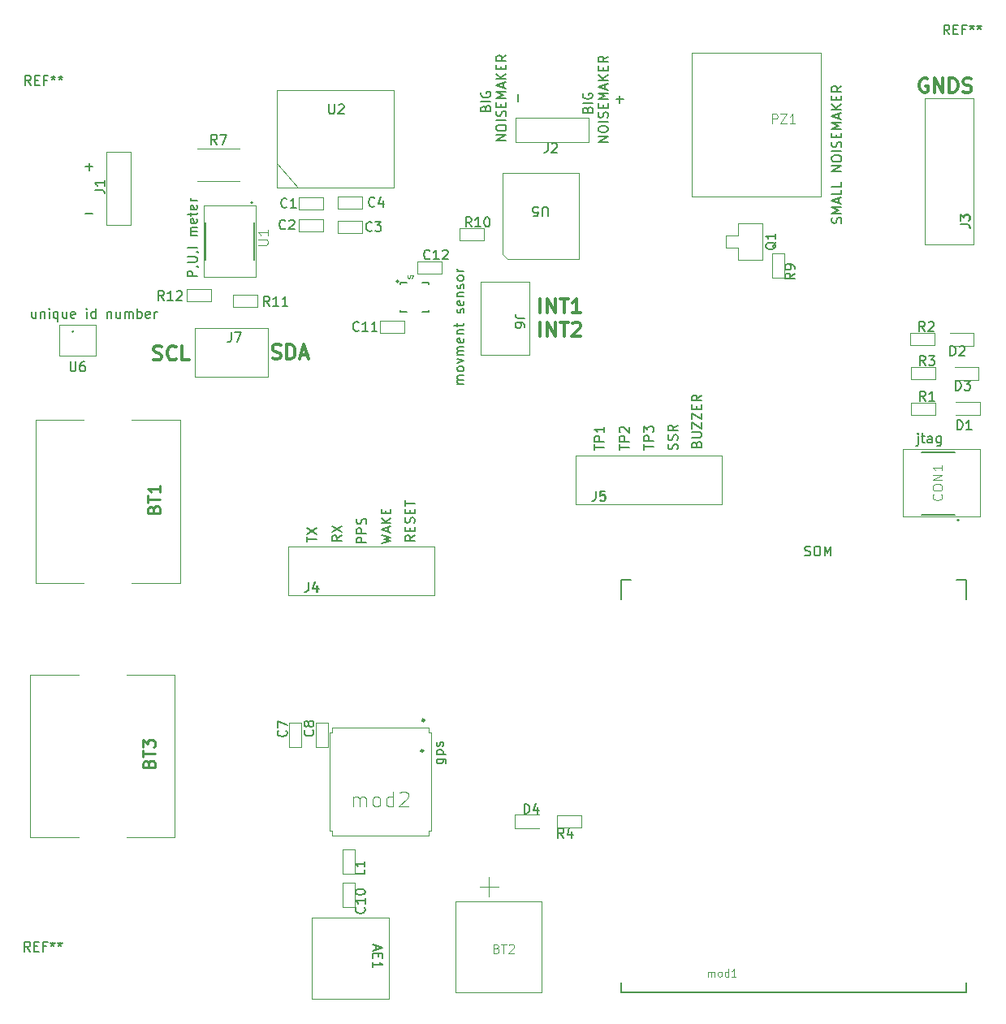
<source format=gbr>
%TF.GenerationSoftware,KiCad,Pcbnew,(5.99.0-10117-g2c3ee0d85f)*%
%TF.CreationDate,2021-04-29T08:13:59+02:00*%
%TF.ProjectId,som asset tracker,736f6d20-6173-4736-9574-20747261636b,rev?*%
%TF.SameCoordinates,Original*%
%TF.FileFunction,Legend,Top*%
%TF.FilePolarity,Positive*%
%FSLAX46Y46*%
G04 Gerber Fmt 4.6, Leading zero omitted, Abs format (unit mm)*
G04 Created by KiCad (PCBNEW (5.99.0-10117-g2c3ee0d85f)) date 2021-04-29 08:13:59*
%MOMM*%
%LPD*%
G01*
G04 APERTURE LIST*
%ADD10C,0.150000*%
%ADD11C,0.300000*%
%ADD12C,0.015000*%
%ADD13C,0.254000*%
%ADD14C,0.120000*%
%ADD15C,0.200000*%
%ADD16C,0.100000*%
%ADD17C,0.127000*%
%ADD18C,0.242809*%
%ADD19C,0.177800*%
G04 APERTURE END LIST*
D10*
X104694047Y-58571428D02*
X105455952Y-58571428D01*
X104694047Y-53671428D02*
X105455952Y-53671428D01*
X105075000Y-54052380D02*
X105075000Y-53290476D01*
X179694047Y-94179761D02*
X179836904Y-94227380D01*
X180075000Y-94227380D01*
X180170238Y-94179761D01*
X180217857Y-94132142D01*
X180265476Y-94036904D01*
X180265476Y-93941666D01*
X180217857Y-93846428D01*
X180170238Y-93798809D01*
X180075000Y-93751190D01*
X179884523Y-93703571D01*
X179789285Y-93655952D01*
X179741666Y-93608333D01*
X179694047Y-93513095D01*
X179694047Y-93417857D01*
X179741666Y-93322619D01*
X179789285Y-93275000D01*
X179884523Y-93227380D01*
X180122619Y-93227380D01*
X180265476Y-93275000D01*
X180884523Y-93227380D02*
X181075000Y-93227380D01*
X181170238Y-93275000D01*
X181265476Y-93370238D01*
X181313095Y-93560714D01*
X181313095Y-93894047D01*
X181265476Y-94084523D01*
X181170238Y-94179761D01*
X181075000Y-94227380D01*
X180884523Y-94227380D01*
X180789285Y-94179761D01*
X180694047Y-94084523D01*
X180646428Y-93894047D01*
X180646428Y-93560714D01*
X180694047Y-93370238D01*
X180789285Y-93275000D01*
X180884523Y-93227380D01*
X181741666Y-94227380D02*
X181741666Y-93227380D01*
X182075000Y-93941666D01*
X182408333Y-93227380D01*
X182408333Y-94227380D01*
X141285714Y-115417857D02*
X142095238Y-115417857D01*
X142190476Y-115465476D01*
X142238095Y-115513095D01*
X142285714Y-115608333D01*
X142285714Y-115751190D01*
X142238095Y-115846428D01*
X141904761Y-115417857D02*
X141952380Y-115513095D01*
X141952380Y-115703571D01*
X141904761Y-115798809D01*
X141857142Y-115846428D01*
X141761904Y-115894047D01*
X141476190Y-115894047D01*
X141380952Y-115846428D01*
X141333333Y-115798809D01*
X141285714Y-115703571D01*
X141285714Y-115513095D01*
X141333333Y-115417857D01*
X141285714Y-114941666D02*
X142285714Y-114941666D01*
X141333333Y-114941666D02*
X141285714Y-114846428D01*
X141285714Y-114655952D01*
X141333333Y-114560714D01*
X141380952Y-114513095D01*
X141476190Y-114465476D01*
X141761904Y-114465476D01*
X141857142Y-114513095D01*
X141904761Y-114560714D01*
X141952380Y-114655952D01*
X141952380Y-114846428D01*
X141904761Y-114941666D01*
X141904761Y-114084523D02*
X141952380Y-113989285D01*
X141952380Y-113798809D01*
X141904761Y-113703571D01*
X141809523Y-113655952D01*
X141761904Y-113655952D01*
X141666666Y-113703571D01*
X141619047Y-113798809D01*
X141619047Y-113941666D01*
X141571428Y-114036904D01*
X141476190Y-114084523D01*
X141428571Y-114084523D01*
X141333333Y-114036904D01*
X141285714Y-113941666D01*
X141285714Y-113798809D01*
X141333333Y-113703571D01*
X191484523Y-81785714D02*
X191484523Y-82642857D01*
X191436904Y-82738095D01*
X191341666Y-82785714D01*
X191294047Y-82785714D01*
X191484523Y-81452380D02*
X191436904Y-81500000D01*
X191484523Y-81547619D01*
X191532142Y-81500000D01*
X191484523Y-81452380D01*
X191484523Y-81547619D01*
X191817857Y-81785714D02*
X192198809Y-81785714D01*
X191960714Y-81452380D02*
X191960714Y-82309523D01*
X192008333Y-82404761D01*
X192103571Y-82452380D01*
X192198809Y-82452380D01*
X192960714Y-82452380D02*
X192960714Y-81928571D01*
X192913095Y-81833333D01*
X192817857Y-81785714D01*
X192627380Y-81785714D01*
X192532142Y-81833333D01*
X192960714Y-82404761D02*
X192865476Y-82452380D01*
X192627380Y-82452380D01*
X192532142Y-82404761D01*
X192484523Y-82309523D01*
X192484523Y-82214285D01*
X192532142Y-82119047D01*
X192627380Y-82071428D01*
X192865476Y-82071428D01*
X192960714Y-82023809D01*
X193865476Y-81785714D02*
X193865476Y-82595238D01*
X193817857Y-82690476D01*
X193770238Y-82738095D01*
X193675000Y-82785714D01*
X193532142Y-82785714D01*
X193436904Y-82738095D01*
X193865476Y-82404761D02*
X193770238Y-82452380D01*
X193579761Y-82452380D01*
X193484523Y-82404761D01*
X193436904Y-82357142D01*
X193389285Y-82261904D01*
X193389285Y-81976190D01*
X193436904Y-81880952D01*
X193484523Y-81833333D01*
X193579761Y-81785714D01*
X193770238Y-81785714D01*
X193865476Y-81833333D01*
X99526190Y-68785714D02*
X99526190Y-69452380D01*
X99097619Y-68785714D02*
X99097619Y-69309523D01*
X99145238Y-69404761D01*
X99240476Y-69452380D01*
X99383333Y-69452380D01*
X99478571Y-69404761D01*
X99526190Y-69357142D01*
X100002380Y-68785714D02*
X100002380Y-69452380D01*
X100002380Y-68880952D02*
X100050000Y-68833333D01*
X100145238Y-68785714D01*
X100288095Y-68785714D01*
X100383333Y-68833333D01*
X100430952Y-68928571D01*
X100430952Y-69452380D01*
X100907142Y-69452380D02*
X100907142Y-68785714D01*
X100907142Y-68452380D02*
X100859523Y-68500000D01*
X100907142Y-68547619D01*
X100954761Y-68500000D01*
X100907142Y-68452380D01*
X100907142Y-68547619D01*
X101811904Y-68785714D02*
X101811904Y-69785714D01*
X101811904Y-69404761D02*
X101716666Y-69452380D01*
X101526190Y-69452380D01*
X101430952Y-69404761D01*
X101383333Y-69357142D01*
X101335714Y-69261904D01*
X101335714Y-68976190D01*
X101383333Y-68880952D01*
X101430952Y-68833333D01*
X101526190Y-68785714D01*
X101716666Y-68785714D01*
X101811904Y-68833333D01*
X102716666Y-68785714D02*
X102716666Y-69452380D01*
X102288095Y-68785714D02*
X102288095Y-69309523D01*
X102335714Y-69404761D01*
X102430952Y-69452380D01*
X102573809Y-69452380D01*
X102669047Y-69404761D01*
X102716666Y-69357142D01*
X103573809Y-69404761D02*
X103478571Y-69452380D01*
X103288095Y-69452380D01*
X103192857Y-69404761D01*
X103145238Y-69309523D01*
X103145238Y-68928571D01*
X103192857Y-68833333D01*
X103288095Y-68785714D01*
X103478571Y-68785714D01*
X103573809Y-68833333D01*
X103621428Y-68928571D01*
X103621428Y-69023809D01*
X103145238Y-69119047D01*
X104811904Y-69452380D02*
X104811904Y-68785714D01*
X104811904Y-68452380D02*
X104764285Y-68500000D01*
X104811904Y-68547619D01*
X104859523Y-68500000D01*
X104811904Y-68452380D01*
X104811904Y-68547619D01*
X105716666Y-69452380D02*
X105716666Y-68452380D01*
X105716666Y-69404761D02*
X105621428Y-69452380D01*
X105430952Y-69452380D01*
X105335714Y-69404761D01*
X105288095Y-69357142D01*
X105240476Y-69261904D01*
X105240476Y-68976190D01*
X105288095Y-68880952D01*
X105335714Y-68833333D01*
X105430952Y-68785714D01*
X105621428Y-68785714D01*
X105716666Y-68833333D01*
X106954761Y-68785714D02*
X106954761Y-69452380D01*
X106954761Y-68880952D02*
X107002380Y-68833333D01*
X107097619Y-68785714D01*
X107240476Y-68785714D01*
X107335714Y-68833333D01*
X107383333Y-68928571D01*
X107383333Y-69452380D01*
X108288095Y-68785714D02*
X108288095Y-69452380D01*
X107859523Y-68785714D02*
X107859523Y-69309523D01*
X107907142Y-69404761D01*
X108002380Y-69452380D01*
X108145238Y-69452380D01*
X108240476Y-69404761D01*
X108288095Y-69357142D01*
X108764285Y-69452380D02*
X108764285Y-68785714D01*
X108764285Y-68880952D02*
X108811904Y-68833333D01*
X108907142Y-68785714D01*
X109050000Y-68785714D01*
X109145238Y-68833333D01*
X109192857Y-68928571D01*
X109192857Y-69452380D01*
X109192857Y-68928571D02*
X109240476Y-68833333D01*
X109335714Y-68785714D01*
X109478571Y-68785714D01*
X109573809Y-68833333D01*
X109621428Y-68928571D01*
X109621428Y-69452380D01*
X110097619Y-69452380D02*
X110097619Y-68452380D01*
X110097619Y-68833333D02*
X110192857Y-68785714D01*
X110383333Y-68785714D01*
X110478571Y-68833333D01*
X110526190Y-68880952D01*
X110573809Y-68976190D01*
X110573809Y-69261904D01*
X110526190Y-69357142D01*
X110478571Y-69404761D01*
X110383333Y-69452380D01*
X110192857Y-69452380D01*
X110097619Y-69404761D01*
X111383333Y-69404761D02*
X111288095Y-69452380D01*
X111097619Y-69452380D01*
X111002380Y-69404761D01*
X110954761Y-69309523D01*
X110954761Y-68928571D01*
X111002380Y-68833333D01*
X111097619Y-68785714D01*
X111288095Y-68785714D01*
X111383333Y-68833333D01*
X111430952Y-68928571D01*
X111430952Y-69023809D01*
X110954761Y-69119047D01*
X111859523Y-69452380D02*
X111859523Y-68785714D01*
X111859523Y-68976190D02*
X111907142Y-68880952D01*
X111954761Y-68833333D01*
X112050000Y-68785714D01*
X112145238Y-68785714D01*
X116302380Y-65100000D02*
X115302380Y-65100000D01*
X115302380Y-64719047D01*
X115350000Y-64623809D01*
X115397619Y-64576190D01*
X115492857Y-64528571D01*
X115635714Y-64528571D01*
X115730952Y-64576190D01*
X115778571Y-64623809D01*
X115826190Y-64719047D01*
X115826190Y-65100000D01*
X116254761Y-64052380D02*
X116302380Y-64052380D01*
X116397619Y-64100000D01*
X116445238Y-64147619D01*
X115302380Y-63623809D02*
X116111904Y-63623809D01*
X116207142Y-63576190D01*
X116254761Y-63528571D01*
X116302380Y-63433333D01*
X116302380Y-63242857D01*
X116254761Y-63147619D01*
X116207142Y-63100000D01*
X116111904Y-63052380D01*
X115302380Y-63052380D01*
X116254761Y-62528571D02*
X116302380Y-62528571D01*
X116397619Y-62576190D01*
X116445238Y-62623809D01*
X116302380Y-62100000D02*
X115302380Y-62100000D01*
X116302380Y-60861904D02*
X115635714Y-60861904D01*
X115730952Y-60861904D02*
X115683333Y-60814285D01*
X115635714Y-60719047D01*
X115635714Y-60576190D01*
X115683333Y-60480952D01*
X115778571Y-60433333D01*
X116302380Y-60433333D01*
X115778571Y-60433333D02*
X115683333Y-60385714D01*
X115635714Y-60290476D01*
X115635714Y-60147619D01*
X115683333Y-60052380D01*
X115778571Y-60004761D01*
X116302380Y-60004761D01*
X116254761Y-59147619D02*
X116302380Y-59242857D01*
X116302380Y-59433333D01*
X116254761Y-59528571D01*
X116159523Y-59576190D01*
X115778571Y-59576190D01*
X115683333Y-59528571D01*
X115635714Y-59433333D01*
X115635714Y-59242857D01*
X115683333Y-59147619D01*
X115778571Y-59100000D01*
X115873809Y-59100000D01*
X115969047Y-59576190D01*
X115635714Y-58814285D02*
X115635714Y-58433333D01*
X115302380Y-58671428D02*
X116159523Y-58671428D01*
X116254761Y-58623809D01*
X116302380Y-58528571D01*
X116302380Y-58433333D01*
X116254761Y-57719047D02*
X116302380Y-57814285D01*
X116302380Y-58004761D01*
X116254761Y-58100000D01*
X116159523Y-58147619D01*
X115778571Y-58147619D01*
X115683333Y-58100000D01*
X115635714Y-58004761D01*
X115635714Y-57814285D01*
X115683333Y-57719047D01*
X115778571Y-57671428D01*
X115873809Y-57671428D01*
X115969047Y-58147619D01*
X116302380Y-57242857D02*
X115635714Y-57242857D01*
X115826190Y-57242857D02*
X115730952Y-57195238D01*
X115683333Y-57147619D01*
X115635714Y-57052380D01*
X115635714Y-56957142D01*
X144127380Y-76303571D02*
X143460714Y-76303571D01*
X143555952Y-76303571D02*
X143508333Y-76255952D01*
X143460714Y-76160714D01*
X143460714Y-76017857D01*
X143508333Y-75922619D01*
X143603571Y-75875000D01*
X144127380Y-75875000D01*
X143603571Y-75875000D02*
X143508333Y-75827380D01*
X143460714Y-75732142D01*
X143460714Y-75589285D01*
X143508333Y-75494047D01*
X143603571Y-75446428D01*
X144127380Y-75446428D01*
X144127380Y-74827380D02*
X144079761Y-74922619D01*
X144032142Y-74970238D01*
X143936904Y-75017857D01*
X143651190Y-75017857D01*
X143555952Y-74970238D01*
X143508333Y-74922619D01*
X143460714Y-74827380D01*
X143460714Y-74684523D01*
X143508333Y-74589285D01*
X143555952Y-74541666D01*
X143651190Y-74494047D01*
X143936904Y-74494047D01*
X144032142Y-74541666D01*
X144079761Y-74589285D01*
X144127380Y-74684523D01*
X144127380Y-74827380D01*
X143460714Y-74160714D02*
X144127380Y-73922619D01*
X143460714Y-73684523D01*
X144127380Y-73303571D02*
X143460714Y-73303571D01*
X143555952Y-73303571D02*
X143508333Y-73255952D01*
X143460714Y-73160714D01*
X143460714Y-73017857D01*
X143508333Y-72922619D01*
X143603571Y-72875000D01*
X144127380Y-72875000D01*
X143603571Y-72875000D02*
X143508333Y-72827380D01*
X143460714Y-72732142D01*
X143460714Y-72589285D01*
X143508333Y-72494047D01*
X143603571Y-72446428D01*
X144127380Y-72446428D01*
X144079761Y-71589285D02*
X144127380Y-71684523D01*
X144127380Y-71875000D01*
X144079761Y-71970238D01*
X143984523Y-72017857D01*
X143603571Y-72017857D01*
X143508333Y-71970238D01*
X143460714Y-71875000D01*
X143460714Y-71684523D01*
X143508333Y-71589285D01*
X143603571Y-71541666D01*
X143698809Y-71541666D01*
X143794047Y-72017857D01*
X143460714Y-71113095D02*
X144127380Y-71113095D01*
X143555952Y-71113095D02*
X143508333Y-71065476D01*
X143460714Y-70970238D01*
X143460714Y-70827380D01*
X143508333Y-70732142D01*
X143603571Y-70684523D01*
X144127380Y-70684523D01*
X143460714Y-70351190D02*
X143460714Y-69970238D01*
X143127380Y-70208333D02*
X143984523Y-70208333D01*
X144079761Y-70160714D01*
X144127380Y-70065476D01*
X144127380Y-69970238D01*
X144079761Y-68922619D02*
X144127380Y-68827380D01*
X144127380Y-68636904D01*
X144079761Y-68541666D01*
X143984523Y-68494047D01*
X143936904Y-68494047D01*
X143841666Y-68541666D01*
X143794047Y-68636904D01*
X143794047Y-68779761D01*
X143746428Y-68875000D01*
X143651190Y-68922619D01*
X143603571Y-68922619D01*
X143508333Y-68875000D01*
X143460714Y-68779761D01*
X143460714Y-68636904D01*
X143508333Y-68541666D01*
X144079761Y-67684523D02*
X144127380Y-67779761D01*
X144127380Y-67970238D01*
X144079761Y-68065476D01*
X143984523Y-68113095D01*
X143603571Y-68113095D01*
X143508333Y-68065476D01*
X143460714Y-67970238D01*
X143460714Y-67779761D01*
X143508333Y-67684523D01*
X143603571Y-67636904D01*
X143698809Y-67636904D01*
X143794047Y-68113095D01*
X143460714Y-67208333D02*
X144127380Y-67208333D01*
X143555952Y-67208333D02*
X143508333Y-67160714D01*
X143460714Y-67065476D01*
X143460714Y-66922619D01*
X143508333Y-66827380D01*
X143603571Y-66779761D01*
X144127380Y-66779761D01*
X144079761Y-66351190D02*
X144127380Y-66255952D01*
X144127380Y-66065476D01*
X144079761Y-65970238D01*
X143984523Y-65922619D01*
X143936904Y-65922619D01*
X143841666Y-65970238D01*
X143794047Y-66065476D01*
X143794047Y-66208333D01*
X143746428Y-66303571D01*
X143651190Y-66351190D01*
X143603571Y-66351190D01*
X143508333Y-66303571D01*
X143460714Y-66208333D01*
X143460714Y-66065476D01*
X143508333Y-65970238D01*
X144127380Y-65351190D02*
X144079761Y-65446428D01*
X144032142Y-65494047D01*
X143936904Y-65541666D01*
X143651190Y-65541666D01*
X143555952Y-65494047D01*
X143508333Y-65446428D01*
X143460714Y-65351190D01*
X143460714Y-65208333D01*
X143508333Y-65113095D01*
X143555952Y-65065476D01*
X143651190Y-65017857D01*
X143936904Y-65017857D01*
X144032142Y-65065476D01*
X144079761Y-65113095D01*
X144127380Y-65208333D01*
X144127380Y-65351190D01*
X144127380Y-64589285D02*
X143460714Y-64589285D01*
X143651190Y-64589285D02*
X143555952Y-64541666D01*
X143508333Y-64494047D01*
X143460714Y-64398809D01*
X143460714Y-64303571D01*
X183454761Y-59542857D02*
X183502380Y-59400000D01*
X183502380Y-59161904D01*
X183454761Y-59066666D01*
X183407142Y-59019047D01*
X183311904Y-58971428D01*
X183216666Y-58971428D01*
X183121428Y-59019047D01*
X183073809Y-59066666D01*
X183026190Y-59161904D01*
X182978571Y-59352380D01*
X182930952Y-59447619D01*
X182883333Y-59495238D01*
X182788095Y-59542857D01*
X182692857Y-59542857D01*
X182597619Y-59495238D01*
X182550000Y-59447619D01*
X182502380Y-59352380D01*
X182502380Y-59114285D01*
X182550000Y-58971428D01*
X183502380Y-58542857D02*
X182502380Y-58542857D01*
X183216666Y-58209523D01*
X182502380Y-57876190D01*
X183502380Y-57876190D01*
X183216666Y-57447619D02*
X183216666Y-56971428D01*
X183502380Y-57542857D02*
X182502380Y-57209523D01*
X183502380Y-56876190D01*
X183502380Y-56066666D02*
X183502380Y-56542857D01*
X182502380Y-56542857D01*
X183502380Y-55257142D02*
X183502380Y-55733333D01*
X182502380Y-55733333D01*
X183502380Y-54161904D02*
X182502380Y-54161904D01*
X183502380Y-53590476D01*
X182502380Y-53590476D01*
X182502380Y-52923809D02*
X182502380Y-52733333D01*
X182550000Y-52638095D01*
X182645238Y-52542857D01*
X182835714Y-52495238D01*
X183169047Y-52495238D01*
X183359523Y-52542857D01*
X183454761Y-52638095D01*
X183502380Y-52733333D01*
X183502380Y-52923809D01*
X183454761Y-53019047D01*
X183359523Y-53114285D01*
X183169047Y-53161904D01*
X182835714Y-53161904D01*
X182645238Y-53114285D01*
X182550000Y-53019047D01*
X182502380Y-52923809D01*
X183502380Y-52066666D02*
X182502380Y-52066666D01*
X183454761Y-51638095D02*
X183502380Y-51495238D01*
X183502380Y-51257142D01*
X183454761Y-51161904D01*
X183407142Y-51114285D01*
X183311904Y-51066666D01*
X183216666Y-51066666D01*
X183121428Y-51114285D01*
X183073809Y-51161904D01*
X183026190Y-51257142D01*
X182978571Y-51447619D01*
X182930952Y-51542857D01*
X182883333Y-51590476D01*
X182788095Y-51638095D01*
X182692857Y-51638095D01*
X182597619Y-51590476D01*
X182550000Y-51542857D01*
X182502380Y-51447619D01*
X182502380Y-51209523D01*
X182550000Y-51066666D01*
X182978571Y-50638095D02*
X182978571Y-50304761D01*
X183502380Y-50161904D02*
X183502380Y-50638095D01*
X182502380Y-50638095D01*
X182502380Y-50161904D01*
X183502380Y-49733333D02*
X182502380Y-49733333D01*
X183216666Y-49400000D01*
X182502380Y-49066666D01*
X183502380Y-49066666D01*
X183216666Y-48638095D02*
X183216666Y-48161904D01*
X183502380Y-48733333D02*
X182502380Y-48400000D01*
X183502380Y-48066666D01*
X183502380Y-47733333D02*
X182502380Y-47733333D01*
X183502380Y-47161904D02*
X182930952Y-47590476D01*
X182502380Y-47161904D02*
X183073809Y-47733333D01*
X182978571Y-46733333D02*
X182978571Y-46400000D01*
X183502380Y-46257142D02*
X183502380Y-46733333D01*
X182502380Y-46733333D01*
X182502380Y-46257142D01*
X183502380Y-45257142D02*
X183026190Y-45590476D01*
X183502380Y-45828571D02*
X182502380Y-45828571D01*
X182502380Y-45447619D01*
X182550000Y-45352380D01*
X182597619Y-45304761D01*
X182692857Y-45257142D01*
X182835714Y-45257142D01*
X182930952Y-45304761D01*
X182978571Y-45352380D01*
X183026190Y-45447619D01*
X183026190Y-45828571D01*
X157018571Y-47697619D02*
X157066190Y-47554761D01*
X157113809Y-47507142D01*
X157209047Y-47459523D01*
X157351904Y-47459523D01*
X157447142Y-47507142D01*
X157494761Y-47554761D01*
X157542380Y-47650000D01*
X157542380Y-48030952D01*
X156542380Y-48030952D01*
X156542380Y-47697619D01*
X156590000Y-47602380D01*
X156637619Y-47554761D01*
X156732857Y-47507142D01*
X156828095Y-47507142D01*
X156923333Y-47554761D01*
X156970952Y-47602380D01*
X157018571Y-47697619D01*
X157018571Y-48030952D01*
X157542380Y-47030952D02*
X156542380Y-47030952D01*
X156590000Y-46030952D02*
X156542380Y-46126190D01*
X156542380Y-46269047D01*
X156590000Y-46411904D01*
X156685238Y-46507142D01*
X156780476Y-46554761D01*
X156970952Y-46602380D01*
X157113809Y-46602380D01*
X157304285Y-46554761D01*
X157399523Y-46507142D01*
X157494761Y-46411904D01*
X157542380Y-46269047D01*
X157542380Y-46173809D01*
X157494761Y-46030952D01*
X157447142Y-45983333D01*
X157113809Y-45983333D01*
X157113809Y-46173809D01*
X159152380Y-51078571D02*
X158152380Y-51078571D01*
X159152380Y-50507142D01*
X158152380Y-50507142D01*
X158152380Y-49840476D02*
X158152380Y-49650000D01*
X158200000Y-49554761D01*
X158295238Y-49459523D01*
X158485714Y-49411904D01*
X158819047Y-49411904D01*
X159009523Y-49459523D01*
X159104761Y-49554761D01*
X159152380Y-49650000D01*
X159152380Y-49840476D01*
X159104761Y-49935714D01*
X159009523Y-50030952D01*
X158819047Y-50078571D01*
X158485714Y-50078571D01*
X158295238Y-50030952D01*
X158200000Y-49935714D01*
X158152380Y-49840476D01*
X159152380Y-48983333D02*
X158152380Y-48983333D01*
X159104761Y-48554761D02*
X159152380Y-48411904D01*
X159152380Y-48173809D01*
X159104761Y-48078571D01*
X159057142Y-48030952D01*
X158961904Y-47983333D01*
X158866666Y-47983333D01*
X158771428Y-48030952D01*
X158723809Y-48078571D01*
X158676190Y-48173809D01*
X158628571Y-48364285D01*
X158580952Y-48459523D01*
X158533333Y-48507142D01*
X158438095Y-48554761D01*
X158342857Y-48554761D01*
X158247619Y-48507142D01*
X158200000Y-48459523D01*
X158152380Y-48364285D01*
X158152380Y-48126190D01*
X158200000Y-47983333D01*
X158628571Y-47554761D02*
X158628571Y-47221428D01*
X159152380Y-47078571D02*
X159152380Y-47554761D01*
X158152380Y-47554761D01*
X158152380Y-47078571D01*
X159152380Y-46650000D02*
X158152380Y-46650000D01*
X158866666Y-46316666D01*
X158152380Y-45983333D01*
X159152380Y-45983333D01*
X158866666Y-45554761D02*
X158866666Y-45078571D01*
X159152380Y-45650000D02*
X158152380Y-45316666D01*
X159152380Y-44983333D01*
X159152380Y-44650000D02*
X158152380Y-44650000D01*
X159152380Y-44078571D02*
X158580952Y-44507142D01*
X158152380Y-44078571D02*
X158723809Y-44650000D01*
X158628571Y-43650000D02*
X158628571Y-43316666D01*
X159152380Y-43173809D02*
X159152380Y-43650000D01*
X158152380Y-43650000D01*
X158152380Y-43173809D01*
X159152380Y-42173809D02*
X158676190Y-42507142D01*
X159152380Y-42745238D02*
X158152380Y-42745238D01*
X158152380Y-42364285D01*
X158200000Y-42269047D01*
X158247619Y-42221428D01*
X158342857Y-42173809D01*
X158485714Y-42173809D01*
X158580952Y-42221428D01*
X158628571Y-42269047D01*
X158676190Y-42364285D01*
X158676190Y-42745238D01*
X160381428Y-47030952D02*
X160381428Y-46269047D01*
X160762380Y-46650000D02*
X160000476Y-46650000D01*
X146393571Y-47572619D02*
X146441190Y-47429761D01*
X146488809Y-47382142D01*
X146584047Y-47334523D01*
X146726904Y-47334523D01*
X146822142Y-47382142D01*
X146869761Y-47429761D01*
X146917380Y-47525000D01*
X146917380Y-47905952D01*
X145917380Y-47905952D01*
X145917380Y-47572619D01*
X145965000Y-47477380D01*
X146012619Y-47429761D01*
X146107857Y-47382142D01*
X146203095Y-47382142D01*
X146298333Y-47429761D01*
X146345952Y-47477380D01*
X146393571Y-47572619D01*
X146393571Y-47905952D01*
X146917380Y-46905952D02*
X145917380Y-46905952D01*
X145965000Y-45905952D02*
X145917380Y-46001190D01*
X145917380Y-46144047D01*
X145965000Y-46286904D01*
X146060238Y-46382142D01*
X146155476Y-46429761D01*
X146345952Y-46477380D01*
X146488809Y-46477380D01*
X146679285Y-46429761D01*
X146774523Y-46382142D01*
X146869761Y-46286904D01*
X146917380Y-46144047D01*
X146917380Y-46048809D01*
X146869761Y-45905952D01*
X146822142Y-45858333D01*
X146488809Y-45858333D01*
X146488809Y-46048809D01*
X148527380Y-50953571D02*
X147527380Y-50953571D01*
X148527380Y-50382142D01*
X147527380Y-50382142D01*
X147527380Y-49715476D02*
X147527380Y-49525000D01*
X147575000Y-49429761D01*
X147670238Y-49334523D01*
X147860714Y-49286904D01*
X148194047Y-49286904D01*
X148384523Y-49334523D01*
X148479761Y-49429761D01*
X148527380Y-49525000D01*
X148527380Y-49715476D01*
X148479761Y-49810714D01*
X148384523Y-49905952D01*
X148194047Y-49953571D01*
X147860714Y-49953571D01*
X147670238Y-49905952D01*
X147575000Y-49810714D01*
X147527380Y-49715476D01*
X148527380Y-48858333D02*
X147527380Y-48858333D01*
X148479761Y-48429761D02*
X148527380Y-48286904D01*
X148527380Y-48048809D01*
X148479761Y-47953571D01*
X148432142Y-47905952D01*
X148336904Y-47858333D01*
X148241666Y-47858333D01*
X148146428Y-47905952D01*
X148098809Y-47953571D01*
X148051190Y-48048809D01*
X148003571Y-48239285D01*
X147955952Y-48334523D01*
X147908333Y-48382142D01*
X147813095Y-48429761D01*
X147717857Y-48429761D01*
X147622619Y-48382142D01*
X147575000Y-48334523D01*
X147527380Y-48239285D01*
X147527380Y-48001190D01*
X147575000Y-47858333D01*
X148003571Y-47429761D02*
X148003571Y-47096428D01*
X148527380Y-46953571D02*
X148527380Y-47429761D01*
X147527380Y-47429761D01*
X147527380Y-46953571D01*
X148527380Y-46525000D02*
X147527380Y-46525000D01*
X148241666Y-46191666D01*
X147527380Y-45858333D01*
X148527380Y-45858333D01*
X148241666Y-45429761D02*
X148241666Y-44953571D01*
X148527380Y-45525000D02*
X147527380Y-45191666D01*
X148527380Y-44858333D01*
X148527380Y-44525000D02*
X147527380Y-44525000D01*
X148527380Y-43953571D02*
X147955952Y-44382142D01*
X147527380Y-43953571D02*
X148098809Y-44525000D01*
X148003571Y-43525000D02*
X148003571Y-43191666D01*
X148527380Y-43048809D02*
X148527380Y-43525000D01*
X147527380Y-43525000D01*
X147527380Y-43048809D01*
X148527380Y-42048809D02*
X148051190Y-42382142D01*
X148527380Y-42620238D02*
X147527380Y-42620238D01*
X147527380Y-42239285D01*
X147575000Y-42144047D01*
X147622619Y-42096428D01*
X147717857Y-42048809D01*
X147860714Y-42048809D01*
X147955952Y-42096428D01*
X148003571Y-42144047D01*
X148051190Y-42239285D01*
X148051190Y-42620238D01*
X149756428Y-46905952D02*
X149756428Y-46144047D01*
X127802380Y-92786904D02*
X127802380Y-92215476D01*
X128802380Y-92501190D02*
X127802380Y-92501190D01*
X127802380Y-91977380D02*
X128802380Y-91310714D01*
X127802380Y-91310714D02*
X128802380Y-91977380D01*
X166379761Y-83136904D02*
X166427380Y-82994047D01*
X166427380Y-82755952D01*
X166379761Y-82660714D01*
X166332142Y-82613095D01*
X166236904Y-82565476D01*
X166141666Y-82565476D01*
X166046428Y-82613095D01*
X165998809Y-82660714D01*
X165951190Y-82755952D01*
X165903571Y-82946428D01*
X165855952Y-83041666D01*
X165808333Y-83089285D01*
X165713095Y-83136904D01*
X165617857Y-83136904D01*
X165522619Y-83089285D01*
X165475000Y-83041666D01*
X165427380Y-82946428D01*
X165427380Y-82708333D01*
X165475000Y-82565476D01*
X166379761Y-82184523D02*
X166427380Y-82041666D01*
X166427380Y-81803571D01*
X166379761Y-81708333D01*
X166332142Y-81660714D01*
X166236904Y-81613095D01*
X166141666Y-81613095D01*
X166046428Y-81660714D01*
X165998809Y-81708333D01*
X165951190Y-81803571D01*
X165903571Y-81994047D01*
X165855952Y-82089285D01*
X165808333Y-82136904D01*
X165713095Y-82184523D01*
X165617857Y-82184523D01*
X165522619Y-82136904D01*
X165475000Y-82089285D01*
X165427380Y-81994047D01*
X165427380Y-81755952D01*
X165475000Y-81613095D01*
X166427380Y-80613095D02*
X165951190Y-80946428D01*
X166427380Y-81184523D02*
X165427380Y-81184523D01*
X165427380Y-80803571D01*
X165475000Y-80708333D01*
X165522619Y-80660714D01*
X165617857Y-80613095D01*
X165760714Y-80613095D01*
X165855952Y-80660714D01*
X165903571Y-80708333D01*
X165951190Y-80803571D01*
X165951190Y-81184523D01*
X133952380Y-92888095D02*
X132952380Y-92888095D01*
X132952380Y-92507142D01*
X133000000Y-92411904D01*
X133047619Y-92364285D01*
X133142857Y-92316666D01*
X133285714Y-92316666D01*
X133380952Y-92364285D01*
X133428571Y-92411904D01*
X133476190Y-92507142D01*
X133476190Y-92888095D01*
X133952380Y-91888095D02*
X132952380Y-91888095D01*
X132952380Y-91507142D01*
X133000000Y-91411904D01*
X133047619Y-91364285D01*
X133142857Y-91316666D01*
X133285714Y-91316666D01*
X133380952Y-91364285D01*
X133428571Y-91411904D01*
X133476190Y-91507142D01*
X133476190Y-91888095D01*
X133904761Y-90935714D02*
X133952380Y-90792857D01*
X133952380Y-90554761D01*
X133904761Y-90459523D01*
X133857142Y-90411904D01*
X133761904Y-90364285D01*
X133666666Y-90364285D01*
X133571428Y-90411904D01*
X133523809Y-90459523D01*
X133476190Y-90554761D01*
X133428571Y-90745238D01*
X133380952Y-90840476D01*
X133333333Y-90888095D01*
X133238095Y-90935714D01*
X133142857Y-90935714D01*
X133047619Y-90888095D01*
X133000000Y-90840476D01*
X132952380Y-90745238D01*
X132952380Y-90507142D01*
X133000000Y-90364285D01*
X162902380Y-83161904D02*
X162902380Y-82590476D01*
X163902380Y-82876190D02*
X162902380Y-82876190D01*
X163902380Y-82257142D02*
X162902380Y-82257142D01*
X162902380Y-81876190D01*
X162950000Y-81780952D01*
X162997619Y-81733333D01*
X163092857Y-81685714D01*
X163235714Y-81685714D01*
X163330952Y-81733333D01*
X163378571Y-81780952D01*
X163426190Y-81876190D01*
X163426190Y-82257142D01*
X162902380Y-81352380D02*
X162902380Y-80733333D01*
X163283333Y-81066666D01*
X163283333Y-80923809D01*
X163330952Y-80828571D01*
X163378571Y-80780952D01*
X163473809Y-80733333D01*
X163711904Y-80733333D01*
X163807142Y-80780952D01*
X163854761Y-80828571D01*
X163902380Y-80923809D01*
X163902380Y-81209523D01*
X163854761Y-81304761D01*
X163807142Y-81352380D01*
X135527380Y-92934523D02*
X136527380Y-92696428D01*
X135813095Y-92505952D01*
X136527380Y-92315476D01*
X135527380Y-92077380D01*
X136241666Y-91744047D02*
X136241666Y-91267857D01*
X136527380Y-91839285D02*
X135527380Y-91505952D01*
X136527380Y-91172619D01*
X136527380Y-90839285D02*
X135527380Y-90839285D01*
X136527380Y-90267857D02*
X135955952Y-90696428D01*
X135527380Y-90267857D02*
X136098809Y-90839285D01*
X136003571Y-89839285D02*
X136003571Y-89505952D01*
X136527380Y-89363095D02*
X136527380Y-89839285D01*
X135527380Y-89839285D01*
X135527380Y-89363095D01*
D11*
X152078571Y-68903571D02*
X152078571Y-67403571D01*
X152792857Y-68903571D02*
X152792857Y-67403571D01*
X153650000Y-68903571D01*
X153650000Y-67403571D01*
X154150000Y-67403571D02*
X155007142Y-67403571D01*
X154578571Y-68903571D02*
X154578571Y-67403571D01*
X156292857Y-68903571D02*
X155435714Y-68903571D01*
X155864285Y-68903571D02*
X155864285Y-67403571D01*
X155721428Y-67617857D01*
X155578571Y-67760714D01*
X155435714Y-67832142D01*
D10*
X131377380Y-92116666D02*
X130901190Y-92450000D01*
X131377380Y-92688095D02*
X130377380Y-92688095D01*
X130377380Y-92307142D01*
X130425000Y-92211904D01*
X130472619Y-92164285D01*
X130567857Y-92116666D01*
X130710714Y-92116666D01*
X130805952Y-92164285D01*
X130853571Y-92211904D01*
X130901190Y-92307142D01*
X130901190Y-92688095D01*
X130377380Y-91783333D02*
X131377380Y-91116666D01*
X130377380Y-91116666D02*
X131377380Y-91783333D01*
D11*
X124178571Y-73657142D02*
X124392857Y-73728571D01*
X124750000Y-73728571D01*
X124892857Y-73657142D01*
X124964285Y-73585714D01*
X125035714Y-73442857D01*
X125035714Y-73300000D01*
X124964285Y-73157142D01*
X124892857Y-73085714D01*
X124750000Y-73014285D01*
X124464285Y-72942857D01*
X124321428Y-72871428D01*
X124250000Y-72800000D01*
X124178571Y-72657142D01*
X124178571Y-72514285D01*
X124250000Y-72371428D01*
X124321428Y-72300000D01*
X124464285Y-72228571D01*
X124821428Y-72228571D01*
X125035714Y-72300000D01*
X125678571Y-73728571D02*
X125678571Y-72228571D01*
X126035714Y-72228571D01*
X126250000Y-72300000D01*
X126392857Y-72442857D01*
X126464285Y-72585714D01*
X126535714Y-72871428D01*
X126535714Y-73085714D01*
X126464285Y-73371428D01*
X126392857Y-73514285D01*
X126250000Y-73657142D01*
X126035714Y-73728571D01*
X125678571Y-73728571D01*
X127107142Y-73300000D02*
X127821428Y-73300000D01*
X126964285Y-73728571D02*
X127464285Y-72228571D01*
X127964285Y-73728571D01*
D10*
X139002380Y-92102380D02*
X138526190Y-92435714D01*
X139002380Y-92673809D02*
X138002380Y-92673809D01*
X138002380Y-92292857D01*
X138050000Y-92197619D01*
X138097619Y-92150000D01*
X138192857Y-92102380D01*
X138335714Y-92102380D01*
X138430952Y-92150000D01*
X138478571Y-92197619D01*
X138526190Y-92292857D01*
X138526190Y-92673809D01*
X138478571Y-91673809D02*
X138478571Y-91340476D01*
X139002380Y-91197619D02*
X139002380Y-91673809D01*
X138002380Y-91673809D01*
X138002380Y-91197619D01*
X138954761Y-90816666D02*
X139002380Y-90673809D01*
X139002380Y-90435714D01*
X138954761Y-90340476D01*
X138907142Y-90292857D01*
X138811904Y-90245238D01*
X138716666Y-90245238D01*
X138621428Y-90292857D01*
X138573809Y-90340476D01*
X138526190Y-90435714D01*
X138478571Y-90626190D01*
X138430952Y-90721428D01*
X138383333Y-90769047D01*
X138288095Y-90816666D01*
X138192857Y-90816666D01*
X138097619Y-90769047D01*
X138050000Y-90721428D01*
X138002380Y-90626190D01*
X138002380Y-90388095D01*
X138050000Y-90245238D01*
X138478571Y-89816666D02*
X138478571Y-89483333D01*
X139002380Y-89340476D02*
X139002380Y-89816666D01*
X138002380Y-89816666D01*
X138002380Y-89340476D01*
X138002380Y-89054761D02*
X138002380Y-88483333D01*
X139002380Y-88769047D02*
X138002380Y-88769047D01*
D11*
X152103571Y-71378571D02*
X152103571Y-69878571D01*
X152817857Y-71378571D02*
X152817857Y-69878571D01*
X153675000Y-71378571D01*
X153675000Y-69878571D01*
X154175000Y-69878571D02*
X155032142Y-69878571D01*
X154603571Y-71378571D02*
X154603571Y-69878571D01*
X155460714Y-70021428D02*
X155532142Y-69950000D01*
X155675000Y-69878571D01*
X156032142Y-69878571D01*
X156175000Y-69950000D01*
X156246428Y-70021428D01*
X156317857Y-70164285D01*
X156317857Y-70307142D01*
X156246428Y-70521428D01*
X155389285Y-71378571D01*
X156317857Y-71378571D01*
X111764285Y-73757142D02*
X111978571Y-73828571D01*
X112335714Y-73828571D01*
X112478571Y-73757142D01*
X112550000Y-73685714D01*
X112621428Y-73542857D01*
X112621428Y-73400000D01*
X112550000Y-73257142D01*
X112478571Y-73185714D01*
X112335714Y-73114285D01*
X112050000Y-73042857D01*
X111907142Y-72971428D01*
X111835714Y-72900000D01*
X111764285Y-72757142D01*
X111764285Y-72614285D01*
X111835714Y-72471428D01*
X111907142Y-72400000D01*
X112050000Y-72328571D01*
X112407142Y-72328571D01*
X112621428Y-72400000D01*
X114121428Y-73685714D02*
X114050000Y-73757142D01*
X113835714Y-73828571D01*
X113692857Y-73828571D01*
X113478571Y-73757142D01*
X113335714Y-73614285D01*
X113264285Y-73471428D01*
X113192857Y-73185714D01*
X113192857Y-72971428D01*
X113264285Y-72685714D01*
X113335714Y-72542857D01*
X113478571Y-72400000D01*
X113692857Y-72328571D01*
X113835714Y-72328571D01*
X114050000Y-72400000D01*
X114121428Y-72471428D01*
X115478571Y-73828571D02*
X114764285Y-73828571D01*
X114764285Y-72328571D01*
X192492857Y-44500000D02*
X192350000Y-44428571D01*
X192135714Y-44428571D01*
X191921428Y-44500000D01*
X191778571Y-44642857D01*
X191707142Y-44785714D01*
X191635714Y-45071428D01*
X191635714Y-45285714D01*
X191707142Y-45571428D01*
X191778571Y-45714285D01*
X191921428Y-45857142D01*
X192135714Y-45928571D01*
X192278571Y-45928571D01*
X192492857Y-45857142D01*
X192564285Y-45785714D01*
X192564285Y-45285714D01*
X192278571Y-45285714D01*
X193207142Y-45928571D02*
X193207142Y-44428571D01*
X194064285Y-45928571D01*
X194064285Y-44428571D01*
X194778571Y-45928571D02*
X194778571Y-44428571D01*
X195135714Y-44428571D01*
X195350000Y-44500000D01*
X195492857Y-44642857D01*
X195564285Y-44785714D01*
X195635714Y-45071428D01*
X195635714Y-45285714D01*
X195564285Y-45571428D01*
X195492857Y-45714285D01*
X195350000Y-45857142D01*
X195135714Y-45928571D01*
X194778571Y-45928571D01*
X196207142Y-45857142D02*
X196421428Y-45928571D01*
X196778571Y-45928571D01*
X196921428Y-45857142D01*
X196992857Y-45785714D01*
X197064285Y-45642857D01*
X197064285Y-45500000D01*
X196992857Y-45357142D01*
X196921428Y-45285714D01*
X196778571Y-45214285D01*
X196492857Y-45142857D01*
X196350000Y-45071428D01*
X196278571Y-45000000D01*
X196207142Y-44857142D01*
X196207142Y-44714285D01*
X196278571Y-44571428D01*
X196350000Y-44500000D01*
X196492857Y-44428571D01*
X196850000Y-44428571D01*
X197064285Y-44500000D01*
D10*
X157752380Y-83211904D02*
X157752380Y-82640476D01*
X158752380Y-82926190D02*
X157752380Y-82926190D01*
X158752380Y-82307142D02*
X157752380Y-82307142D01*
X157752380Y-81926190D01*
X157800000Y-81830952D01*
X157847619Y-81783333D01*
X157942857Y-81735714D01*
X158085714Y-81735714D01*
X158180952Y-81783333D01*
X158228571Y-81830952D01*
X158276190Y-81926190D01*
X158276190Y-82307142D01*
X158752380Y-80783333D02*
X158752380Y-81354761D01*
X158752380Y-81069047D02*
X157752380Y-81069047D01*
X157895238Y-81164285D01*
X157990476Y-81259523D01*
X158038095Y-81354761D01*
X160352380Y-83211904D02*
X160352380Y-82640476D01*
X161352380Y-82926190D02*
X160352380Y-82926190D01*
X161352380Y-82307142D02*
X160352380Y-82307142D01*
X160352380Y-81926190D01*
X160400000Y-81830952D01*
X160447619Y-81783333D01*
X160542857Y-81735714D01*
X160685714Y-81735714D01*
X160780952Y-81783333D01*
X160828571Y-81830952D01*
X160876190Y-81926190D01*
X160876190Y-82307142D01*
X160447619Y-81354761D02*
X160400000Y-81307142D01*
X160352380Y-81211904D01*
X160352380Y-80973809D01*
X160400000Y-80878571D01*
X160447619Y-80830952D01*
X160542857Y-80783333D01*
X160638095Y-80783333D01*
X160780952Y-80830952D01*
X161352380Y-81402380D01*
X161352380Y-80783333D01*
X168378571Y-82582142D02*
X168426190Y-82439285D01*
X168473809Y-82391666D01*
X168569047Y-82344047D01*
X168711904Y-82344047D01*
X168807142Y-82391666D01*
X168854761Y-82439285D01*
X168902380Y-82534523D01*
X168902380Y-82915476D01*
X167902380Y-82915476D01*
X167902380Y-82582142D01*
X167950000Y-82486904D01*
X167997619Y-82439285D01*
X168092857Y-82391666D01*
X168188095Y-82391666D01*
X168283333Y-82439285D01*
X168330952Y-82486904D01*
X168378571Y-82582142D01*
X168378571Y-82915476D01*
X167902380Y-81915476D02*
X168711904Y-81915476D01*
X168807142Y-81867857D01*
X168854761Y-81820238D01*
X168902380Y-81725000D01*
X168902380Y-81534523D01*
X168854761Y-81439285D01*
X168807142Y-81391666D01*
X168711904Y-81344047D01*
X167902380Y-81344047D01*
X167902380Y-80963095D02*
X167902380Y-80296428D01*
X168902380Y-80963095D01*
X168902380Y-80296428D01*
X167902380Y-80010714D02*
X167902380Y-79344047D01*
X168902380Y-80010714D01*
X168902380Y-79344047D01*
X168378571Y-78963095D02*
X168378571Y-78629761D01*
X168902380Y-78486904D02*
X168902380Y-78963095D01*
X167902380Y-78963095D01*
X167902380Y-78486904D01*
X168902380Y-77486904D02*
X168426190Y-77820238D01*
X168902380Y-78058333D02*
X167902380Y-78058333D01*
X167902380Y-77677380D01*
X167950000Y-77582142D01*
X167997619Y-77534523D01*
X168092857Y-77486904D01*
X168235714Y-77486904D01*
X168330952Y-77534523D01*
X168378571Y-77582142D01*
X168426190Y-77677380D01*
X168426190Y-78058333D01*
%TO.C,D2*%
X194861904Y-73372380D02*
X194861904Y-72372380D01*
X195100000Y-72372380D01*
X195242857Y-72420000D01*
X195338095Y-72515238D01*
X195385714Y-72610476D01*
X195433333Y-72800952D01*
X195433333Y-72943809D01*
X195385714Y-73134285D01*
X195338095Y-73229523D01*
X195242857Y-73324761D01*
X195100000Y-73372380D01*
X194861904Y-73372380D01*
X195814285Y-72467619D02*
X195861904Y-72420000D01*
X195957142Y-72372380D01*
X196195238Y-72372380D01*
X196290476Y-72420000D01*
X196338095Y-72467619D01*
X196385714Y-72562857D01*
X196385714Y-72658095D01*
X196338095Y-72800952D01*
X195766666Y-73372380D01*
X196385714Y-73372380D01*
D12*
%TO.C,PZ1*%
X176302643Y-49127446D02*
X176302643Y-48182564D01*
X176662598Y-48182564D01*
X176752587Y-48227559D01*
X176797581Y-48272553D01*
X176842575Y-48362542D01*
X176842575Y-48497525D01*
X176797581Y-48587514D01*
X176752587Y-48632508D01*
X176662598Y-48677502D01*
X176302643Y-48677502D01*
X177157536Y-48182564D02*
X177787457Y-48182564D01*
X177157536Y-49127446D01*
X177787457Y-49127446D01*
X178642351Y-49127446D02*
X178102418Y-49127446D01*
X178372384Y-49127446D02*
X178372384Y-48182564D01*
X178282396Y-48317547D01*
X178192407Y-48407536D01*
X178102418Y-48452530D01*
D10*
%TO.C,R7*%
X118383333Y-51332380D02*
X118050000Y-50856190D01*
X117811904Y-51332380D02*
X117811904Y-50332380D01*
X118192857Y-50332380D01*
X118288095Y-50380000D01*
X118335714Y-50427619D01*
X118383333Y-50522857D01*
X118383333Y-50665714D01*
X118335714Y-50760952D01*
X118288095Y-50808571D01*
X118192857Y-50856190D01*
X117811904Y-50856190D01*
X118716666Y-50332380D02*
X119383333Y-50332380D01*
X118954761Y-51332380D01*
%TO.C,R3*%
X192249333Y-74382380D02*
X191916000Y-73906190D01*
X191677904Y-74382380D02*
X191677904Y-73382380D01*
X192058857Y-73382380D01*
X192154095Y-73430000D01*
X192201714Y-73477619D01*
X192249333Y-73572857D01*
X192249333Y-73715714D01*
X192201714Y-73810952D01*
X192154095Y-73858571D01*
X192058857Y-73906190D01*
X191677904Y-73906190D01*
X192582666Y-73382380D02*
X193201714Y-73382380D01*
X192868380Y-73763333D01*
X193011238Y-73763333D01*
X193106476Y-73810952D01*
X193154095Y-73858571D01*
X193201714Y-73953809D01*
X193201714Y-74191904D01*
X193154095Y-74287142D01*
X193106476Y-74334761D01*
X193011238Y-74382380D01*
X192725523Y-74382380D01*
X192630285Y-74334761D01*
X192582666Y-74287142D01*
%TO.C,R1*%
X192269333Y-78072380D02*
X191936000Y-77596190D01*
X191697904Y-78072380D02*
X191697904Y-77072380D01*
X192078857Y-77072380D01*
X192174095Y-77120000D01*
X192221714Y-77167619D01*
X192269333Y-77262857D01*
X192269333Y-77405714D01*
X192221714Y-77500952D01*
X192174095Y-77548571D01*
X192078857Y-77596190D01*
X191697904Y-77596190D01*
X193221714Y-78072380D02*
X192650285Y-78072380D01*
X192936000Y-78072380D02*
X192936000Y-77072380D01*
X192840761Y-77215238D01*
X192745523Y-77310476D01*
X192650285Y-77358095D01*
%TO.C,J2*%
X152871666Y-51207380D02*
X152871666Y-51921666D01*
X152824047Y-52064523D01*
X152728809Y-52159761D01*
X152585952Y-52207380D01*
X152490714Y-52207380D01*
X153300238Y-51302619D02*
X153347857Y-51255000D01*
X153443095Y-51207380D01*
X153681190Y-51207380D01*
X153776428Y-51255000D01*
X153824047Y-51302619D01*
X153871666Y-51397857D01*
X153871666Y-51493095D01*
X153824047Y-51635952D01*
X153252619Y-52207380D01*
X153871666Y-52207380D01*
D12*
%TO.C,CON1*%
X193917142Y-87824285D02*
X193964761Y-87871904D01*
X194012380Y-88014761D01*
X194012380Y-88110000D01*
X193964761Y-88252857D01*
X193869523Y-88348095D01*
X193774285Y-88395714D01*
X193583809Y-88443333D01*
X193440952Y-88443333D01*
X193250476Y-88395714D01*
X193155238Y-88348095D01*
X193060000Y-88252857D01*
X193012380Y-88110000D01*
X193012380Y-88014761D01*
X193060000Y-87871904D01*
X193107619Y-87824285D01*
X193012380Y-87205238D02*
X193012380Y-87014761D01*
X193060000Y-86919523D01*
X193155238Y-86824285D01*
X193345714Y-86776666D01*
X193679047Y-86776666D01*
X193869523Y-86824285D01*
X193964761Y-86919523D01*
X194012380Y-87014761D01*
X194012380Y-87205238D01*
X193964761Y-87300476D01*
X193869523Y-87395714D01*
X193679047Y-87443333D01*
X193345714Y-87443333D01*
X193155238Y-87395714D01*
X193060000Y-87300476D01*
X193012380Y-87205238D01*
X194012380Y-86348095D02*
X193012380Y-86348095D01*
X194012380Y-85776666D01*
X193012380Y-85776666D01*
X194012380Y-84776666D02*
X194012380Y-85348095D01*
X194012380Y-85062380D02*
X193012380Y-85062380D01*
X193155238Y-85157619D01*
X193250476Y-85252857D01*
X193298095Y-85348095D01*
D10*
%TO.C,C12*%
X140577142Y-63237142D02*
X140529523Y-63284761D01*
X140386666Y-63332380D01*
X140291428Y-63332380D01*
X140148571Y-63284761D01*
X140053333Y-63189523D01*
X140005714Y-63094285D01*
X139958095Y-62903809D01*
X139958095Y-62760952D01*
X140005714Y-62570476D01*
X140053333Y-62475238D01*
X140148571Y-62380000D01*
X140291428Y-62332380D01*
X140386666Y-62332380D01*
X140529523Y-62380000D01*
X140577142Y-62427619D01*
X141529523Y-63332380D02*
X140958095Y-63332380D01*
X141243809Y-63332380D02*
X141243809Y-62332380D01*
X141148571Y-62475238D01*
X141053333Y-62570476D01*
X140958095Y-62618095D01*
X141910476Y-62427619D02*
X141958095Y-62380000D01*
X142053333Y-62332380D01*
X142291428Y-62332380D01*
X142386666Y-62380000D01*
X142434285Y-62427619D01*
X142481904Y-62522857D01*
X142481904Y-62618095D01*
X142434285Y-62760952D01*
X141862857Y-63332380D01*
X142481904Y-63332380D01*
%TO.C,C8*%
X128377142Y-112416666D02*
X128424761Y-112464285D01*
X128472380Y-112607142D01*
X128472380Y-112702380D01*
X128424761Y-112845238D01*
X128329523Y-112940476D01*
X128234285Y-112988095D01*
X128043809Y-113035714D01*
X127900952Y-113035714D01*
X127710476Y-112988095D01*
X127615238Y-112940476D01*
X127520000Y-112845238D01*
X127472380Y-112702380D01*
X127472380Y-112607142D01*
X127520000Y-112464285D01*
X127567619Y-112416666D01*
X127900952Y-111845238D02*
X127853333Y-111940476D01*
X127805714Y-111988095D01*
X127710476Y-112035714D01*
X127662857Y-112035714D01*
X127567619Y-111988095D01*
X127520000Y-111940476D01*
X127472380Y-111845238D01*
X127472380Y-111654761D01*
X127520000Y-111559523D01*
X127567619Y-111511904D01*
X127662857Y-111464285D01*
X127710476Y-111464285D01*
X127805714Y-111511904D01*
X127853333Y-111559523D01*
X127900952Y-111654761D01*
X127900952Y-111845238D01*
X127948571Y-111940476D01*
X127996190Y-111988095D01*
X128091428Y-112035714D01*
X128281904Y-112035714D01*
X128377142Y-111988095D01*
X128424761Y-111940476D01*
X128472380Y-111845238D01*
X128472380Y-111654761D01*
X128424761Y-111559523D01*
X128377142Y-111511904D01*
X128281904Y-111464285D01*
X128091428Y-111464285D01*
X127996190Y-111511904D01*
X127948571Y-111559523D01*
X127900952Y-111654761D01*
%TO.C,L1*%
X133807380Y-126936666D02*
X133807380Y-127412857D01*
X132807380Y-127412857D01*
X133807380Y-126079523D02*
X133807380Y-126650952D01*
X133807380Y-126365238D02*
X132807380Y-126365238D01*
X132950238Y-126460476D01*
X133045476Y-126555714D01*
X133093095Y-126650952D01*
%TO.C,J7*%
X119866666Y-70952380D02*
X119866666Y-71666666D01*
X119819047Y-71809523D01*
X119723809Y-71904761D01*
X119580952Y-71952380D01*
X119485714Y-71952380D01*
X120247619Y-70952380D02*
X120914285Y-70952380D01*
X120485714Y-71952380D01*
%TO.C,R12*%
X112857142Y-67602380D02*
X112523809Y-67126190D01*
X112285714Y-67602380D02*
X112285714Y-66602380D01*
X112666666Y-66602380D01*
X112761904Y-66650000D01*
X112809523Y-66697619D01*
X112857142Y-66792857D01*
X112857142Y-66935714D01*
X112809523Y-67030952D01*
X112761904Y-67078571D01*
X112666666Y-67126190D01*
X112285714Y-67126190D01*
X113809523Y-67602380D02*
X113238095Y-67602380D01*
X113523809Y-67602380D02*
X113523809Y-66602380D01*
X113428571Y-66745238D01*
X113333333Y-66840476D01*
X113238095Y-66888095D01*
X114190476Y-66697619D02*
X114238095Y-66650000D01*
X114333333Y-66602380D01*
X114571428Y-66602380D01*
X114666666Y-66650000D01*
X114714285Y-66697619D01*
X114761904Y-66792857D01*
X114761904Y-66888095D01*
X114714285Y-67030952D01*
X114142857Y-67602380D01*
X114761904Y-67602380D01*
%TO.C,C4*%
X134833333Y-57757142D02*
X134785714Y-57804761D01*
X134642857Y-57852380D01*
X134547619Y-57852380D01*
X134404761Y-57804761D01*
X134309523Y-57709523D01*
X134261904Y-57614285D01*
X134214285Y-57423809D01*
X134214285Y-57280952D01*
X134261904Y-57090476D01*
X134309523Y-56995238D01*
X134404761Y-56900000D01*
X134547619Y-56852380D01*
X134642857Y-56852380D01*
X134785714Y-56900000D01*
X134833333Y-56947619D01*
X135690476Y-57185714D02*
X135690476Y-57852380D01*
X135452380Y-56804761D02*
X135214285Y-57519047D01*
X135833333Y-57519047D01*
%TO.C,Q1*%
X176697619Y-61545238D02*
X176650000Y-61640476D01*
X176554761Y-61735714D01*
X176411904Y-61878571D01*
X176364285Y-61973809D01*
X176364285Y-62069047D01*
X176602380Y-62021428D02*
X176554761Y-62116666D01*
X176459523Y-62211904D01*
X176269047Y-62259523D01*
X175935714Y-62259523D01*
X175745238Y-62211904D01*
X175650000Y-62116666D01*
X175602380Y-62021428D01*
X175602380Y-61830952D01*
X175650000Y-61735714D01*
X175745238Y-61640476D01*
X175935714Y-61592857D01*
X176269047Y-61592857D01*
X176459523Y-61640476D01*
X176554761Y-61735714D01*
X176602380Y-61830952D01*
X176602380Y-62021428D01*
X176602380Y-60640476D02*
X176602380Y-61211904D01*
X176602380Y-60926190D02*
X175602380Y-60926190D01*
X175745238Y-61021428D01*
X175840476Y-61116666D01*
X175888095Y-61211904D01*
%TO.C,J4*%
X127946666Y-96992380D02*
X127946666Y-97706666D01*
X127899047Y-97849523D01*
X127803809Y-97944761D01*
X127660952Y-97992380D01*
X127565714Y-97992380D01*
X128851428Y-97325714D02*
X128851428Y-97992380D01*
X128613333Y-96944761D02*
X128375238Y-97659047D01*
X128994285Y-97659047D01*
X127916666Y-97002380D02*
X127916666Y-97716666D01*
X127869047Y-97859523D01*
X127773809Y-97954761D01*
X127630952Y-98002380D01*
X127535714Y-98002380D01*
X128821428Y-97335714D02*
X128821428Y-98002380D01*
X128583333Y-96954761D02*
X128345238Y-97669047D01*
X128964285Y-97669047D01*
%TO.C,REF\u002A\u002A*%
X98976666Y-45182380D02*
X98643333Y-44706190D01*
X98405238Y-45182380D02*
X98405238Y-44182380D01*
X98786190Y-44182380D01*
X98881428Y-44230000D01*
X98929047Y-44277619D01*
X98976666Y-44372857D01*
X98976666Y-44515714D01*
X98929047Y-44610952D01*
X98881428Y-44658571D01*
X98786190Y-44706190D01*
X98405238Y-44706190D01*
X99405238Y-44658571D02*
X99738571Y-44658571D01*
X99881428Y-45182380D02*
X99405238Y-45182380D01*
X99405238Y-44182380D01*
X99881428Y-44182380D01*
X100643333Y-44658571D02*
X100310000Y-44658571D01*
X100310000Y-45182380D02*
X100310000Y-44182380D01*
X100786190Y-44182380D01*
X101310000Y-44182380D02*
X101310000Y-44420476D01*
X101071904Y-44325238D02*
X101310000Y-44420476D01*
X101548095Y-44325238D01*
X101167142Y-44610952D02*
X101310000Y-44420476D01*
X101452857Y-44610952D01*
X102071904Y-44182380D02*
X102071904Y-44420476D01*
X101833809Y-44325238D02*
X102071904Y-44420476D01*
X102310000Y-44325238D01*
X101929047Y-44610952D02*
X102071904Y-44420476D01*
X102214761Y-44610952D01*
%TO.C,J1*%
X105647380Y-56088333D02*
X106361666Y-56088333D01*
X106504523Y-56135952D01*
X106599761Y-56231190D01*
X106647380Y-56374047D01*
X106647380Y-56469285D01*
X106647380Y-55088333D02*
X106647380Y-55659761D01*
X106647380Y-55374047D02*
X105647380Y-55374047D01*
X105790238Y-55469285D01*
X105885476Y-55564523D01*
X105933095Y-55659761D01*
%TO.C,AE1*%
X134943333Y-134823333D02*
X134943333Y-135299523D01*
X134657619Y-134728095D02*
X135657619Y-135061428D01*
X134657619Y-135394761D01*
X135181428Y-135728095D02*
X135181428Y-136061428D01*
X134657619Y-136204285D02*
X134657619Y-135728095D01*
X135657619Y-135728095D01*
X135657619Y-136204285D01*
X134657619Y-137156666D02*
X134657619Y-136585238D01*
X134657619Y-136870952D02*
X135657619Y-136870952D01*
X135514761Y-136775714D01*
X135419523Y-136680476D01*
X135371904Y-136585238D01*
%TO.C,R11*%
X123857142Y-68202380D02*
X123523809Y-67726190D01*
X123285714Y-68202380D02*
X123285714Y-67202380D01*
X123666666Y-67202380D01*
X123761904Y-67250000D01*
X123809523Y-67297619D01*
X123857142Y-67392857D01*
X123857142Y-67535714D01*
X123809523Y-67630952D01*
X123761904Y-67678571D01*
X123666666Y-67726190D01*
X123285714Y-67726190D01*
X124809523Y-68202380D02*
X124238095Y-68202380D01*
X124523809Y-68202380D02*
X124523809Y-67202380D01*
X124428571Y-67345238D01*
X124333333Y-67440476D01*
X124238095Y-67488095D01*
X125761904Y-68202380D02*
X125190476Y-68202380D01*
X125476190Y-68202380D02*
X125476190Y-67202380D01*
X125380952Y-67345238D01*
X125285714Y-67440476D01*
X125190476Y-67488095D01*
D13*
%TO.C,BT1*%
X111786085Y-89364657D02*
X111846561Y-89183228D01*
X111907038Y-89122752D01*
X112027990Y-89062276D01*
X112209419Y-89062276D01*
X112330371Y-89122752D01*
X112390847Y-89183228D01*
X112451323Y-89304180D01*
X112451323Y-89787990D01*
X111181323Y-89787990D01*
X111181323Y-89364657D01*
X111241800Y-89243704D01*
X111302276Y-89183228D01*
X111423228Y-89122752D01*
X111544180Y-89122752D01*
X111665133Y-89183228D01*
X111725609Y-89243704D01*
X111786085Y-89364657D01*
X111786085Y-89787990D01*
X111181323Y-88699419D02*
X111181323Y-87973704D01*
X112451323Y-88336561D02*
X111181323Y-88336561D01*
X112451323Y-86885133D02*
X112451323Y-87610847D01*
X112451323Y-87247990D02*
X111181323Y-87247990D01*
X111362752Y-87368942D01*
X111483704Y-87489895D01*
X111544180Y-87610847D01*
D10*
%TO.C,D4*%
X150419404Y-121112380D02*
X150419404Y-120112380D01*
X150657500Y-120112380D01*
X150800357Y-120160000D01*
X150895595Y-120255238D01*
X150943214Y-120350476D01*
X150990833Y-120540952D01*
X150990833Y-120683809D01*
X150943214Y-120874285D01*
X150895595Y-120969523D01*
X150800357Y-121064761D01*
X150657500Y-121112380D01*
X150419404Y-121112380D01*
X151847976Y-120445714D02*
X151847976Y-121112380D01*
X151609880Y-120064761D02*
X151371785Y-120779047D01*
X151990833Y-120779047D01*
%TO.C,C1*%
X125683333Y-57857142D02*
X125635714Y-57904761D01*
X125492857Y-57952380D01*
X125397619Y-57952380D01*
X125254761Y-57904761D01*
X125159523Y-57809523D01*
X125111904Y-57714285D01*
X125064285Y-57523809D01*
X125064285Y-57380952D01*
X125111904Y-57190476D01*
X125159523Y-57095238D01*
X125254761Y-57000000D01*
X125397619Y-56952380D01*
X125492857Y-56952380D01*
X125635714Y-57000000D01*
X125683333Y-57047619D01*
X126635714Y-57952380D02*
X126064285Y-57952380D01*
X126350000Y-57952380D02*
X126350000Y-56952380D01*
X126254761Y-57095238D01*
X126159523Y-57190476D01*
X126064285Y-57238095D01*
%TO.C,U2*%
X130065095Y-47154380D02*
X130065095Y-47963904D01*
X130112714Y-48059142D01*
X130160333Y-48106761D01*
X130255571Y-48154380D01*
X130446047Y-48154380D01*
X130541285Y-48106761D01*
X130588904Y-48059142D01*
X130636523Y-47963904D01*
X130636523Y-47154380D01*
X131065095Y-47249619D02*
X131112714Y-47202000D01*
X131207952Y-47154380D01*
X131446047Y-47154380D01*
X131541285Y-47202000D01*
X131588904Y-47249619D01*
X131636523Y-47344857D01*
X131636523Y-47440095D01*
X131588904Y-47582952D01*
X131017476Y-48154380D01*
X131636523Y-48154380D01*
%TO.C,U6*%
X103088095Y-74002380D02*
X103088095Y-74811904D01*
X103135714Y-74907142D01*
X103183333Y-74954761D01*
X103278571Y-75002380D01*
X103469047Y-75002380D01*
X103564285Y-74954761D01*
X103611904Y-74907142D01*
X103659523Y-74811904D01*
X103659523Y-74002380D01*
X104564285Y-74002380D02*
X104373809Y-74002380D01*
X104278571Y-74050000D01*
X104230952Y-74097619D01*
X104135714Y-74240476D01*
X104088095Y-74430952D01*
X104088095Y-74811904D01*
X104135714Y-74907142D01*
X104183333Y-74954761D01*
X104278571Y-75002380D01*
X104469047Y-75002380D01*
X104564285Y-74954761D01*
X104611904Y-74907142D01*
X104659523Y-74811904D01*
X104659523Y-74573809D01*
X104611904Y-74478571D01*
X104564285Y-74430952D01*
X104469047Y-74383333D01*
X104278571Y-74383333D01*
X104183333Y-74430952D01*
X104135714Y-74478571D01*
X104088095Y-74573809D01*
%TO.C,U5*%
X152891904Y-58847619D02*
X152891904Y-58038095D01*
X152844285Y-57942857D01*
X152796666Y-57895238D01*
X152701428Y-57847619D01*
X152510952Y-57847619D01*
X152415714Y-57895238D01*
X152368095Y-57942857D01*
X152320476Y-58038095D01*
X152320476Y-58847619D01*
X151368095Y-58847619D02*
X151844285Y-58847619D01*
X151891904Y-58371428D01*
X151844285Y-58419047D01*
X151749047Y-58466666D01*
X151510952Y-58466666D01*
X151415714Y-58419047D01*
X151368095Y-58371428D01*
X151320476Y-58276190D01*
X151320476Y-58038095D01*
X151368095Y-57942857D01*
X151415714Y-57895238D01*
X151510952Y-57847619D01*
X151749047Y-57847619D01*
X151844285Y-57895238D01*
X151891904Y-57942857D01*
%TO.C,C2*%
X125518333Y-60102142D02*
X125470714Y-60149761D01*
X125327857Y-60197380D01*
X125232619Y-60197380D01*
X125089761Y-60149761D01*
X124994523Y-60054523D01*
X124946904Y-59959285D01*
X124899285Y-59768809D01*
X124899285Y-59625952D01*
X124946904Y-59435476D01*
X124994523Y-59340238D01*
X125089761Y-59245000D01*
X125232619Y-59197380D01*
X125327857Y-59197380D01*
X125470714Y-59245000D01*
X125518333Y-59292619D01*
X125899285Y-59292619D02*
X125946904Y-59245000D01*
X126042142Y-59197380D01*
X126280238Y-59197380D01*
X126375476Y-59245000D01*
X126423095Y-59292619D01*
X126470714Y-59387857D01*
X126470714Y-59483095D01*
X126423095Y-59625952D01*
X125851666Y-60197380D01*
X126470714Y-60197380D01*
%TO.C,D1*%
X195569404Y-81097380D02*
X195569404Y-80097380D01*
X195807500Y-80097380D01*
X195950357Y-80145000D01*
X196045595Y-80240238D01*
X196093214Y-80335476D01*
X196140833Y-80525952D01*
X196140833Y-80668809D01*
X196093214Y-80859285D01*
X196045595Y-80954523D01*
X195950357Y-81049761D01*
X195807500Y-81097380D01*
X195569404Y-81097380D01*
X197093214Y-81097380D02*
X196521785Y-81097380D01*
X196807500Y-81097380D02*
X196807500Y-80097380D01*
X196712261Y-80240238D01*
X196617023Y-80335476D01*
X196521785Y-80383095D01*
%TO.C,J6*%
X150497619Y-69466666D02*
X149783333Y-69466666D01*
X149640476Y-69419047D01*
X149545238Y-69323809D01*
X149497619Y-69180952D01*
X149497619Y-69085714D01*
X150497619Y-70371428D02*
X150497619Y-70180952D01*
X150450000Y-70085714D01*
X150402380Y-70038095D01*
X150259523Y-69942857D01*
X150069047Y-69895238D01*
X149688095Y-69895238D01*
X149592857Y-69942857D01*
X149545238Y-69990476D01*
X149497619Y-70085714D01*
X149497619Y-70276190D01*
X149545238Y-70371428D01*
X149592857Y-70419047D01*
X149688095Y-70466666D01*
X149926190Y-70466666D01*
X150021428Y-70419047D01*
X150069047Y-70371428D01*
X150116666Y-70276190D01*
X150116666Y-70085714D01*
X150069047Y-69990476D01*
X150021428Y-69942857D01*
X149926190Y-69895238D01*
%TO.C,C11*%
X133170392Y-70726892D02*
X133122773Y-70774511D01*
X132979916Y-70822130D01*
X132884678Y-70822130D01*
X132741821Y-70774511D01*
X132646583Y-70679273D01*
X132598964Y-70584035D01*
X132551345Y-70393559D01*
X132551345Y-70250702D01*
X132598964Y-70060226D01*
X132646583Y-69964988D01*
X132741821Y-69869750D01*
X132884678Y-69822130D01*
X132979916Y-69822130D01*
X133122773Y-69869750D01*
X133170392Y-69917369D01*
X134122773Y-70822130D02*
X133551345Y-70822130D01*
X133837059Y-70822130D02*
X133837059Y-69822130D01*
X133741821Y-69964988D01*
X133646583Y-70060226D01*
X133551345Y-70107845D01*
X135075154Y-70822130D02*
X134503726Y-70822130D01*
X134789440Y-70822130D02*
X134789440Y-69822130D01*
X134694202Y-69964988D01*
X134598964Y-70060226D01*
X134503726Y-70107845D01*
%TO.C,D3*%
X195399404Y-76972380D02*
X195399404Y-75972380D01*
X195637500Y-75972380D01*
X195780357Y-76020000D01*
X195875595Y-76115238D01*
X195923214Y-76210476D01*
X195970833Y-76400952D01*
X195970833Y-76543809D01*
X195923214Y-76734285D01*
X195875595Y-76829523D01*
X195780357Y-76924761D01*
X195637500Y-76972380D01*
X195399404Y-76972380D01*
X196304166Y-75972380D02*
X196923214Y-75972380D01*
X196589880Y-76353333D01*
X196732738Y-76353333D01*
X196827976Y-76400952D01*
X196875595Y-76448571D01*
X196923214Y-76543809D01*
X196923214Y-76781904D01*
X196875595Y-76877142D01*
X196827976Y-76924761D01*
X196732738Y-76972380D01*
X196447023Y-76972380D01*
X196351785Y-76924761D01*
X196304166Y-76877142D01*
%TO.C,J3*%
X195892380Y-59653333D02*
X196606666Y-59653333D01*
X196749523Y-59700952D01*
X196844761Y-59796190D01*
X196892380Y-59939047D01*
X196892380Y-60034285D01*
X195892380Y-59272380D02*
X195892380Y-58653333D01*
X196273333Y-58986666D01*
X196273333Y-58843809D01*
X196320952Y-58748571D01*
X196368571Y-58700952D01*
X196463809Y-58653333D01*
X196701904Y-58653333D01*
X196797142Y-58700952D01*
X196844761Y-58748571D01*
X196892380Y-58843809D01*
X196892380Y-59129523D01*
X196844761Y-59224761D01*
X196797142Y-59272380D01*
X195902380Y-59683333D02*
X196616666Y-59683333D01*
X196759523Y-59730952D01*
X196854761Y-59826190D01*
X196902380Y-59969047D01*
X196902380Y-60064285D01*
X195902380Y-59302380D02*
X195902380Y-58683333D01*
X196283333Y-59016666D01*
X196283333Y-58873809D01*
X196330952Y-58778571D01*
X196378571Y-58730952D01*
X196473809Y-58683333D01*
X196711904Y-58683333D01*
X196807142Y-58730952D01*
X196854761Y-58778571D01*
X196902380Y-58873809D01*
X196902380Y-59159523D01*
X196854761Y-59254761D01*
X196807142Y-59302380D01*
D13*
%TO.C,BT3*%
X111256085Y-115904657D02*
X111316561Y-115723228D01*
X111377038Y-115662752D01*
X111497990Y-115602276D01*
X111679419Y-115602276D01*
X111800371Y-115662752D01*
X111860847Y-115723228D01*
X111921323Y-115844180D01*
X111921323Y-116327990D01*
X110651323Y-116327990D01*
X110651323Y-115904657D01*
X110711800Y-115783704D01*
X110772276Y-115723228D01*
X110893228Y-115662752D01*
X111014180Y-115662752D01*
X111135133Y-115723228D01*
X111195609Y-115783704D01*
X111256085Y-115904657D01*
X111256085Y-116327990D01*
X110651323Y-115239419D02*
X110651323Y-114513704D01*
X111921323Y-114876561D02*
X110651323Y-114876561D01*
X110651323Y-114211323D02*
X110651323Y-113425133D01*
X111135133Y-113848466D01*
X111135133Y-113667038D01*
X111195609Y-113546085D01*
X111256085Y-113485609D01*
X111377038Y-113425133D01*
X111679419Y-113425133D01*
X111800371Y-113485609D01*
X111860847Y-113546085D01*
X111921323Y-113667038D01*
X111921323Y-114029895D01*
X111860847Y-114150847D01*
X111800371Y-114211323D01*
D10*
%TO.C,C3*%
X134533333Y-60307142D02*
X134485714Y-60354761D01*
X134342857Y-60402380D01*
X134247619Y-60402380D01*
X134104761Y-60354761D01*
X134009523Y-60259523D01*
X133961904Y-60164285D01*
X133914285Y-59973809D01*
X133914285Y-59830952D01*
X133961904Y-59640476D01*
X134009523Y-59545238D01*
X134104761Y-59450000D01*
X134247619Y-59402380D01*
X134342857Y-59402380D01*
X134485714Y-59450000D01*
X134533333Y-59497619D01*
X134866666Y-59402380D02*
X135485714Y-59402380D01*
X135152380Y-59783333D01*
X135295238Y-59783333D01*
X135390476Y-59830952D01*
X135438095Y-59878571D01*
X135485714Y-59973809D01*
X135485714Y-60211904D01*
X135438095Y-60307142D01*
X135390476Y-60354761D01*
X135295238Y-60402380D01*
X135009523Y-60402380D01*
X134914285Y-60354761D01*
X134866666Y-60307142D01*
D12*
%TO.C,U1*%
X122689380Y-61826904D02*
X123498904Y-61826904D01*
X123594142Y-61779285D01*
X123641761Y-61731666D01*
X123689380Y-61636428D01*
X123689380Y-61445952D01*
X123641761Y-61350714D01*
X123594142Y-61303095D01*
X123498904Y-61255476D01*
X122689380Y-61255476D01*
X123689380Y-60255476D02*
X123689380Y-60826904D01*
X123689380Y-60541190D02*
X122689380Y-60541190D01*
X122832238Y-60636428D01*
X122927476Y-60731666D01*
X122975095Y-60826904D01*
%TO.C,mod2*%
X132575356Y-120387410D02*
X132575356Y-119337542D01*
X132575356Y-119487523D02*
X132650347Y-119412532D01*
X132800328Y-119337542D01*
X133025300Y-119337542D01*
X133175281Y-119412532D01*
X133250272Y-119562514D01*
X133250272Y-120387410D01*
X133250272Y-119562514D02*
X133325262Y-119412532D01*
X133475243Y-119337542D01*
X133700215Y-119337542D01*
X133850197Y-119412532D01*
X133925187Y-119562514D01*
X133925187Y-120387410D01*
X134900065Y-120387410D02*
X134750084Y-120312420D01*
X134675093Y-120237429D01*
X134600103Y-120087448D01*
X134600103Y-119637504D01*
X134675093Y-119487523D01*
X134750084Y-119412532D01*
X134900065Y-119337542D01*
X135125037Y-119337542D01*
X135275018Y-119412532D01*
X135350009Y-119487523D01*
X135425000Y-119637504D01*
X135425000Y-120087448D01*
X135350009Y-120237429D01*
X135275018Y-120312420D01*
X135125037Y-120387410D01*
X134900065Y-120387410D01*
X136774831Y-120387410D02*
X136774831Y-118812607D01*
X136774831Y-120312420D02*
X136624849Y-120387410D01*
X136324887Y-120387410D01*
X136174906Y-120312420D01*
X136099915Y-120237429D01*
X136024924Y-120087448D01*
X136024924Y-119637504D01*
X136099915Y-119487523D01*
X136174906Y-119412532D01*
X136324887Y-119337542D01*
X136624849Y-119337542D01*
X136774831Y-119412532D01*
X137449746Y-118962589D02*
X137524737Y-118887598D01*
X137674718Y-118812607D01*
X138049671Y-118812607D01*
X138199652Y-118887598D01*
X138274643Y-118962589D01*
X138349634Y-119112570D01*
X138349634Y-119262551D01*
X138274643Y-119487523D01*
X137374756Y-120387410D01*
X138349634Y-120387410D01*
D10*
%TO.C,R4*%
X154527333Y-123642380D02*
X154194000Y-123166190D01*
X153955904Y-123642380D02*
X153955904Y-122642380D01*
X154336857Y-122642380D01*
X154432095Y-122690000D01*
X154479714Y-122737619D01*
X154527333Y-122832857D01*
X154527333Y-122975714D01*
X154479714Y-123070952D01*
X154432095Y-123118571D01*
X154336857Y-123166190D01*
X153955904Y-123166190D01*
X155384476Y-122975714D02*
X155384476Y-123642380D01*
X155146380Y-122594761D02*
X154908285Y-123309047D01*
X155527333Y-123309047D01*
%TO.C,R10*%
X144927142Y-59932380D02*
X144593809Y-59456190D01*
X144355714Y-59932380D02*
X144355714Y-58932380D01*
X144736666Y-58932380D01*
X144831904Y-58980000D01*
X144879523Y-59027619D01*
X144927142Y-59122857D01*
X144927142Y-59265714D01*
X144879523Y-59360952D01*
X144831904Y-59408571D01*
X144736666Y-59456190D01*
X144355714Y-59456190D01*
X145879523Y-59932380D02*
X145308095Y-59932380D01*
X145593809Y-59932380D02*
X145593809Y-58932380D01*
X145498571Y-59075238D01*
X145403333Y-59170476D01*
X145308095Y-59218095D01*
X146498571Y-58932380D02*
X146593809Y-58932380D01*
X146689047Y-58980000D01*
X146736666Y-59027619D01*
X146784285Y-59122857D01*
X146831904Y-59313333D01*
X146831904Y-59551428D01*
X146784285Y-59741904D01*
X146736666Y-59837142D01*
X146689047Y-59884761D01*
X146593809Y-59932380D01*
X146498571Y-59932380D01*
X146403333Y-59884761D01*
X146355714Y-59837142D01*
X146308095Y-59741904D01*
X146260476Y-59551428D01*
X146260476Y-59313333D01*
X146308095Y-59122857D01*
X146355714Y-59027619D01*
X146403333Y-58980000D01*
X146498571Y-58932380D01*
%TO.C,R9*%
X178628380Y-64786666D02*
X178152190Y-65120000D01*
X178628380Y-65358095D02*
X177628380Y-65358095D01*
X177628380Y-64977142D01*
X177676000Y-64881904D01*
X177723619Y-64834285D01*
X177818857Y-64786666D01*
X177961714Y-64786666D01*
X178056952Y-64834285D01*
X178104571Y-64881904D01*
X178152190Y-64977142D01*
X178152190Y-65358095D01*
X178628380Y-64310476D02*
X178628380Y-64120000D01*
X178580761Y-64024761D01*
X178533142Y-63977142D01*
X178390285Y-63881904D01*
X178199809Y-63834285D01*
X177818857Y-63834285D01*
X177723619Y-63881904D01*
X177676000Y-63929523D01*
X177628380Y-64024761D01*
X177628380Y-64215238D01*
X177676000Y-64310476D01*
X177723619Y-64358095D01*
X177818857Y-64405714D01*
X178056952Y-64405714D01*
X178152190Y-64358095D01*
X178199809Y-64310476D01*
X178247428Y-64215238D01*
X178247428Y-64024761D01*
X178199809Y-63929523D01*
X178152190Y-63881904D01*
X178056952Y-63834285D01*
%TO.C,C10*%
X133742142Y-130892857D02*
X133789761Y-130940476D01*
X133837380Y-131083333D01*
X133837380Y-131178571D01*
X133789761Y-131321428D01*
X133694523Y-131416666D01*
X133599285Y-131464285D01*
X133408809Y-131511904D01*
X133265952Y-131511904D01*
X133075476Y-131464285D01*
X132980238Y-131416666D01*
X132885000Y-131321428D01*
X132837380Y-131178571D01*
X132837380Y-131083333D01*
X132885000Y-130940476D01*
X132932619Y-130892857D01*
X133837380Y-129940476D02*
X133837380Y-130511904D01*
X133837380Y-130226190D02*
X132837380Y-130226190D01*
X132980238Y-130321428D01*
X133075476Y-130416666D01*
X133123095Y-130511904D01*
X132837380Y-129321428D02*
X132837380Y-129226190D01*
X132885000Y-129130952D01*
X132932619Y-129083333D01*
X133027857Y-129035714D01*
X133218333Y-128988095D01*
X133456428Y-128988095D01*
X133646904Y-129035714D01*
X133742142Y-129083333D01*
X133789761Y-129130952D01*
X133837380Y-129226190D01*
X133837380Y-129321428D01*
X133789761Y-129416666D01*
X133742142Y-129464285D01*
X133646904Y-129511904D01*
X133456428Y-129559523D01*
X133218333Y-129559523D01*
X133027857Y-129511904D01*
X132932619Y-129464285D01*
X132885000Y-129416666D01*
X132837380Y-129321428D01*
%TO.C,J5*%
X157906666Y-87502380D02*
X157906666Y-88216666D01*
X157859047Y-88359523D01*
X157763809Y-88454761D01*
X157620952Y-88502380D01*
X157525714Y-88502380D01*
X158859047Y-87502380D02*
X158382857Y-87502380D01*
X158335238Y-87978571D01*
X158382857Y-87930952D01*
X158478095Y-87883333D01*
X158716190Y-87883333D01*
X158811428Y-87930952D01*
X158859047Y-87978571D01*
X158906666Y-88073809D01*
X158906666Y-88311904D01*
X158859047Y-88407142D01*
X158811428Y-88454761D01*
X158716190Y-88502380D01*
X158478095Y-88502380D01*
X158382857Y-88454761D01*
X158335238Y-88407142D01*
X157876666Y-87512380D02*
X157876666Y-88226666D01*
X157829047Y-88369523D01*
X157733809Y-88464761D01*
X157590952Y-88512380D01*
X157495714Y-88512380D01*
X158829047Y-87512380D02*
X158352857Y-87512380D01*
X158305238Y-87988571D01*
X158352857Y-87940952D01*
X158448095Y-87893333D01*
X158686190Y-87893333D01*
X158781428Y-87940952D01*
X158829047Y-87988571D01*
X158876666Y-88083809D01*
X158876666Y-88321904D01*
X158829047Y-88417142D01*
X158781428Y-88464761D01*
X158686190Y-88512380D01*
X158448095Y-88512380D01*
X158352857Y-88464761D01*
X158305238Y-88417142D01*
%TO.C,R2*%
X192199333Y-70832380D02*
X191866000Y-70356190D01*
X191627904Y-70832380D02*
X191627904Y-69832380D01*
X192008857Y-69832380D01*
X192104095Y-69880000D01*
X192151714Y-69927619D01*
X192199333Y-70022857D01*
X192199333Y-70165714D01*
X192151714Y-70260952D01*
X192104095Y-70308571D01*
X192008857Y-70356190D01*
X191627904Y-70356190D01*
X192580285Y-69927619D02*
X192627904Y-69880000D01*
X192723142Y-69832380D01*
X192961238Y-69832380D01*
X193056476Y-69880000D01*
X193104095Y-69927619D01*
X193151714Y-70022857D01*
X193151714Y-70118095D01*
X193104095Y-70260952D01*
X192532666Y-70832380D01*
X193151714Y-70832380D01*
%TO.C,C7*%
X125597142Y-112446666D02*
X125644761Y-112494285D01*
X125692380Y-112637142D01*
X125692380Y-112732380D01*
X125644761Y-112875238D01*
X125549523Y-112970476D01*
X125454285Y-113018095D01*
X125263809Y-113065714D01*
X125120952Y-113065714D01*
X124930476Y-113018095D01*
X124835238Y-112970476D01*
X124740000Y-112875238D01*
X124692380Y-112732380D01*
X124692380Y-112637142D01*
X124740000Y-112494285D01*
X124787619Y-112446666D01*
X124692380Y-112113333D02*
X124692380Y-111446666D01*
X125692380Y-111875238D01*
D12*
%TO.C,mod1*%
X169605177Y-138121205D02*
X169605177Y-137596271D01*
X169605177Y-137671261D02*
X169642672Y-137633766D01*
X169717663Y-137596271D01*
X169830149Y-137596271D01*
X169905140Y-137633766D01*
X169942635Y-137708757D01*
X169942635Y-138121205D01*
X169942635Y-137708757D02*
X169980130Y-137633766D01*
X170055121Y-137596271D01*
X170167607Y-137596271D01*
X170242598Y-137633766D01*
X170280093Y-137708757D01*
X170280093Y-138121205D01*
X170767532Y-138121205D02*
X170692542Y-138083710D01*
X170655046Y-138046215D01*
X170617551Y-137971224D01*
X170617551Y-137746252D01*
X170655046Y-137671261D01*
X170692542Y-137633766D01*
X170767532Y-137596271D01*
X170880018Y-137596271D01*
X170955009Y-137633766D01*
X170992504Y-137671261D01*
X171030000Y-137746252D01*
X171030000Y-137971224D01*
X170992504Y-138046215D01*
X170955009Y-138083710D01*
X170880018Y-138121205D01*
X170767532Y-138121205D01*
X171704916Y-138121205D02*
X171704916Y-137333803D01*
X171704916Y-138083710D02*
X171629925Y-138121205D01*
X171479944Y-138121205D01*
X171404953Y-138083710D01*
X171367458Y-138046215D01*
X171329962Y-137971224D01*
X171329962Y-137746252D01*
X171367458Y-137671261D01*
X171404953Y-137633766D01*
X171479944Y-137596271D01*
X171629925Y-137596271D01*
X171704916Y-137633766D01*
X172492318Y-138121205D02*
X172042374Y-138121205D01*
X172267346Y-138121205D02*
X172267346Y-137333803D01*
X172192355Y-137446289D01*
X172117364Y-137521280D01*
X172042374Y-137558775D01*
%TO.C,BT2*%
X147527592Y-135172508D02*
X147662575Y-135217502D01*
X147707570Y-135262497D01*
X147752564Y-135352485D01*
X147752564Y-135487469D01*
X147707570Y-135577457D01*
X147662575Y-135622452D01*
X147572587Y-135667446D01*
X147212632Y-135667446D01*
X147212632Y-134722564D01*
X147527592Y-134722564D01*
X147617581Y-134767559D01*
X147662575Y-134812553D01*
X147707570Y-134902542D01*
X147707570Y-134992530D01*
X147662575Y-135082519D01*
X147617581Y-135127514D01*
X147527592Y-135172508D01*
X147212632Y-135172508D01*
X148022530Y-134722564D02*
X148562463Y-134722564D01*
X148292497Y-135667446D02*
X148292497Y-134722564D01*
X148832429Y-134812553D02*
X148877424Y-134767559D01*
X148967412Y-134722564D01*
X149192384Y-134722564D01*
X149282373Y-134767559D01*
X149327367Y-134812553D01*
X149372362Y-134902542D01*
X149372362Y-134992530D01*
X149327367Y-135127514D01*
X148787435Y-135667446D01*
X149372362Y-135667446D01*
D10*
%TO.C,REF\u002A\u002A*%
X194766666Y-39882380D02*
X194433333Y-39406190D01*
X194195238Y-39882380D02*
X194195238Y-38882380D01*
X194576190Y-38882380D01*
X194671428Y-38930000D01*
X194719047Y-38977619D01*
X194766666Y-39072857D01*
X194766666Y-39215714D01*
X194719047Y-39310952D01*
X194671428Y-39358571D01*
X194576190Y-39406190D01*
X194195238Y-39406190D01*
X195195238Y-39358571D02*
X195528571Y-39358571D01*
X195671428Y-39882380D02*
X195195238Y-39882380D01*
X195195238Y-38882380D01*
X195671428Y-38882380D01*
X196433333Y-39358571D02*
X196100000Y-39358571D01*
X196100000Y-39882380D02*
X196100000Y-38882380D01*
X196576190Y-38882380D01*
X197100000Y-38882380D02*
X197100000Y-39120476D01*
X196861904Y-39025238D02*
X197100000Y-39120476D01*
X197338095Y-39025238D01*
X196957142Y-39310952D02*
X197100000Y-39120476D01*
X197242857Y-39310952D01*
X197861904Y-38882380D02*
X197861904Y-39120476D01*
X197623809Y-39025238D02*
X197861904Y-39120476D01*
X198100000Y-39025238D01*
X197719047Y-39310952D02*
X197861904Y-39120476D01*
X198004761Y-39310952D01*
D12*
%TO.C,U7*%
X138304245Y-64987307D02*
X138304245Y-65246809D01*
X138319509Y-65277339D01*
X138334774Y-65292603D01*
X138365304Y-65307868D01*
X138426363Y-65307868D01*
X138456893Y-65292603D01*
X138472157Y-65277339D01*
X138487422Y-65246809D01*
X138487422Y-64987307D01*
X138609541Y-64987307D02*
X138823248Y-64987307D01*
X138685865Y-65307868D01*
D10*
%TO.C,REF\u002A\u002A*%
X98906666Y-135482380D02*
X98573333Y-135006190D01*
X98335238Y-135482380D02*
X98335238Y-134482380D01*
X98716190Y-134482380D01*
X98811428Y-134530000D01*
X98859047Y-134577619D01*
X98906666Y-134672857D01*
X98906666Y-134815714D01*
X98859047Y-134910952D01*
X98811428Y-134958571D01*
X98716190Y-135006190D01*
X98335238Y-135006190D01*
X99335238Y-134958571D02*
X99668571Y-134958571D01*
X99811428Y-135482380D02*
X99335238Y-135482380D01*
X99335238Y-134482380D01*
X99811428Y-134482380D01*
X100573333Y-134958571D02*
X100240000Y-134958571D01*
X100240000Y-135482380D02*
X100240000Y-134482380D01*
X100716190Y-134482380D01*
X101240000Y-134482380D02*
X101240000Y-134720476D01*
X101001904Y-134625238D02*
X101240000Y-134720476D01*
X101478095Y-134625238D01*
X101097142Y-134910952D02*
X101240000Y-134720476D01*
X101382857Y-134910952D01*
X102001904Y-134482380D02*
X102001904Y-134720476D01*
X101763809Y-134625238D02*
X102001904Y-134720476D01*
X102240000Y-134625238D01*
X101859047Y-134910952D02*
X102001904Y-134720476D01*
X102144761Y-134910952D01*
D14*
%TO.C,D2*%
X197285000Y-70965000D02*
X194800000Y-70965000D01*
X194800000Y-72335000D02*
X197285000Y-72335000D01*
X197285000Y-72335000D02*
X197285000Y-70965000D01*
%TO.C,PZ1*%
X167900000Y-43750000D02*
X167900000Y-41750000D01*
X181400000Y-56750000D02*
X167900000Y-56750000D01*
X167900000Y-41750000D02*
X181400000Y-41750000D01*
X167900000Y-56750000D02*
X167900000Y-43750000D01*
X181400000Y-41750000D02*
X181400000Y-56750000D01*
%TO.C,R7*%
X116372936Y-51790000D02*
X120727064Y-51790000D01*
X116372936Y-55210000D02*
X120727064Y-55210000D01*
%TO.C,R3*%
X190765000Y-75835000D02*
X190765000Y-75200000D01*
X190765000Y-75200000D02*
X190765000Y-74565000D01*
X193305000Y-75835000D02*
X190765000Y-75835000D01*
X193305000Y-74565000D02*
X193305000Y-75835000D01*
X190765000Y-74565000D02*
X193305000Y-74565000D01*
%TO.C,R1*%
X193325000Y-79525000D02*
X190785000Y-79525000D01*
X190785000Y-78255000D02*
X193325000Y-78255000D01*
X190785000Y-79525000D02*
X190785000Y-78890000D01*
X190785000Y-78890000D02*
X190785000Y-78255000D01*
X193325000Y-78255000D02*
X193325000Y-79525000D01*
%TO.C,J2*%
X157175000Y-48535000D02*
X157175000Y-49805000D01*
X149555000Y-51075000D02*
X149555000Y-48535000D01*
X157175000Y-51075000D02*
X149555000Y-51075000D01*
X157175000Y-49805000D02*
X157175000Y-51075000D01*
X149555000Y-48535000D02*
X157175000Y-48535000D01*
D15*
%TO.C,CON1*%
X191895000Y-83430000D02*
X191895000Y-83430000D01*
D14*
X197930000Y-83115000D02*
X197930000Y-90115000D01*
D15*
X191895000Y-89950000D02*
X191895000Y-89950000D01*
X195325000Y-83430000D02*
X195325000Y-83430000D01*
D14*
X189930000Y-90115000D02*
X189930000Y-83115000D01*
D15*
X195325000Y-89950000D02*
X191895000Y-89950000D01*
D14*
X197930000Y-90115000D02*
X189930000Y-90115000D01*
D15*
X191895000Y-83430000D02*
X195325000Y-83430000D01*
X195325000Y-89950000D02*
X195325000Y-89950000D01*
D14*
X189930000Y-83115000D02*
X197930000Y-83115000D01*
D15*
X195745000Y-90515000D02*
G75*
G03*
X195745000Y-90515000I-100000J0D01*
G01*
D14*
%TO.C,C12*%
X141855000Y-63515000D02*
X141855000Y-64785000D01*
X139315000Y-64150000D02*
X139315000Y-63515000D01*
X141855000Y-64785000D02*
X139315000Y-64785000D01*
X139315000Y-63515000D02*
X141855000Y-63515000D01*
X139315000Y-64785000D02*
X139315000Y-64150000D01*
%TO.C,C8*%
X129925000Y-111615000D02*
X129925000Y-114155000D01*
X128655000Y-114155000D02*
X128655000Y-111615000D01*
X128655000Y-111615000D02*
X129925000Y-111615000D01*
X129290000Y-114155000D02*
X128655000Y-114155000D01*
X129925000Y-114155000D02*
X129290000Y-114155000D01*
%TO.C,L1*%
X131450000Y-127405000D02*
X131450000Y-124865000D01*
X132720000Y-124865000D02*
X132720000Y-127405000D01*
X131450000Y-124865000D02*
X132085000Y-124865000D01*
X132085000Y-124865000D02*
X132720000Y-124865000D01*
X132720000Y-127405000D02*
X131450000Y-127405000D01*
%TO.C,J7*%
X116060000Y-73000000D02*
X116060000Y-70460000D01*
X123680000Y-73000000D02*
X123680000Y-75540000D01*
X123680000Y-70460000D02*
X123680000Y-73000000D01*
X116060000Y-75540000D02*
X116060000Y-73000000D01*
X116060000Y-70460000D02*
X123680000Y-70460000D01*
X123680000Y-75540000D02*
X116060000Y-75540000D01*
%TO.C,R12*%
X115230000Y-67105000D02*
X115230000Y-66470000D01*
X115230000Y-67740000D02*
X115230000Y-67105000D01*
X115230000Y-66470000D02*
X117770000Y-66470000D01*
X117770000Y-67740000D02*
X115230000Y-67740000D01*
X117770000Y-66470000D02*
X117770000Y-67740000D01*
%TO.C,C4*%
X133520000Y-58030000D02*
X130980000Y-58030000D01*
X133520000Y-56760000D02*
X133520000Y-57395000D01*
X130980000Y-56760000D02*
X133520000Y-56760000D01*
X130980000Y-58030000D02*
X130980000Y-56760000D01*
X133520000Y-57395000D02*
X133520000Y-58030000D01*
%TO.C,Q1*%
X172721000Y-63355000D02*
X175261000Y-63355000D01*
X175261000Y-63355000D02*
X175261000Y-59545000D01*
X172721000Y-62085000D02*
X172721000Y-62720000D01*
X171451000Y-62085000D02*
X172721000Y-62085000D01*
X172721000Y-62720000D02*
X172721000Y-63355000D01*
X175261000Y-59545000D02*
X172721000Y-59545000D01*
X171451000Y-60815000D02*
X172721000Y-60815000D01*
X172721000Y-59545000D02*
X172721000Y-60180000D01*
X171451000Y-62085000D02*
X171451000Y-60815000D01*
X172721000Y-60815000D02*
X172721000Y-60180000D01*
%TO.C,J4*%
X141040000Y-98380000D02*
X125800000Y-98380000D01*
X125800000Y-93300000D02*
X141040000Y-93300000D01*
X125800000Y-95840000D02*
X125800000Y-93300000D01*
X141040000Y-93300000D02*
X141040000Y-98380000D01*
X125800000Y-98380000D02*
X125800000Y-95840000D01*
%TO.C,J1*%
X106875000Y-52105000D02*
X109415000Y-52105000D01*
X109415000Y-59725000D02*
X108145000Y-59725000D01*
X109415000Y-52105000D02*
X109415000Y-59725000D01*
X108145000Y-59725000D02*
X106875000Y-59725000D01*
X106875000Y-59725000D02*
X106875000Y-52105000D01*
%TO.C,AE1*%
X128300000Y-140450000D02*
X128300000Y-131950000D01*
X136300000Y-131950000D02*
X136300000Y-140450000D01*
X128300000Y-131950000D02*
X136300000Y-131950000D01*
X136300000Y-140450000D02*
X128800000Y-140450000D01*
X128800000Y-140450000D02*
X128300000Y-140450000D01*
%TO.C,R11*%
X122620000Y-68330000D02*
X120080000Y-68330000D01*
X122620000Y-67060000D02*
X122620000Y-67695000D01*
X120080000Y-67060000D02*
X122620000Y-67060000D01*
X122620000Y-67695000D02*
X122620000Y-68330000D01*
X120080000Y-68330000D02*
X120080000Y-67060000D01*
D16*
%TO.C,BT1*%
X114535000Y-80070000D02*
X114535000Y-97070000D01*
X114535000Y-97070000D02*
X109500000Y-97070000D01*
X99465000Y-80070000D02*
X99465000Y-97070000D01*
X104500000Y-80070000D02*
X99465000Y-80070000D01*
X99465000Y-97070000D02*
X104500000Y-97070000D01*
X109500000Y-80070000D02*
X114535000Y-80070000D01*
D14*
%TO.C,D4*%
X149472500Y-121245000D02*
X149472500Y-122615000D01*
X151957500Y-121245000D02*
X149472500Y-121245000D01*
X149472500Y-122615000D02*
X151957500Y-122615000D01*
%TO.C,C1*%
X129435000Y-56885000D02*
X129435000Y-58155000D01*
X126895000Y-58155000D02*
X126895000Y-57520000D01*
X126895000Y-56885000D02*
X129435000Y-56885000D01*
X129435000Y-58155000D02*
X126895000Y-58155000D01*
X126895000Y-57520000D02*
X126895000Y-56885000D01*
%TO.C,U2*%
X136796000Y-45670000D02*
X136796000Y-55830000D01*
X136796000Y-55830000D02*
X124604000Y-55830000D01*
X124604000Y-45670000D02*
X136796000Y-45670000D01*
X124604000Y-53290000D02*
X126850000Y-55815000D01*
X124604000Y-55830000D02*
X124604000Y-53290000D01*
X124604000Y-53290000D02*
X124604000Y-45670000D01*
%TO.C,U6*%
X105755000Y-73345000D02*
X101945000Y-73345000D01*
X105755000Y-70170000D02*
X105755000Y-73345000D01*
X101945000Y-70170000D02*
X105755000Y-70170000D01*
X101945000Y-70170000D02*
X102580000Y-70170000D01*
X101945000Y-73345000D02*
X101945000Y-70170000D01*
X103460000Y-70865000D02*
G75*
G03*
X103460000Y-70865000I-100000J0D01*
G01*
%TO.C,U5*%
X148130000Y-54300000D02*
X156130000Y-54300000D01*
X156130000Y-54300000D02*
X156130000Y-63300000D01*
X148670000Y-63300000D02*
X148130000Y-62800000D01*
X156130000Y-63300000D02*
X148670000Y-63300000D01*
X148130000Y-62800000D02*
X148130000Y-54300000D01*
%TO.C,C2*%
X126915000Y-59750000D02*
X126915000Y-59115000D01*
X129455000Y-60385000D02*
X126915000Y-60385000D01*
X126915000Y-59115000D02*
X129455000Y-59115000D01*
X129455000Y-59115000D02*
X129455000Y-60385000D01*
X126915000Y-60385000D02*
X126915000Y-59750000D01*
%TO.C,D1*%
X195435000Y-79590000D02*
X197920000Y-79590000D01*
X197920000Y-78220000D02*
X195435000Y-78220000D01*
X197920000Y-79590000D02*
X197920000Y-78220000D01*
%TO.C,J6*%
X148450000Y-65660000D02*
X150990000Y-65660000D01*
X150990000Y-65660000D02*
X150990000Y-73280000D01*
X145910000Y-73280000D02*
X145910000Y-65660000D01*
X148450000Y-73280000D02*
X145910000Y-73280000D01*
X150990000Y-73280000D02*
X148450000Y-73280000D01*
X145910000Y-65660000D02*
X148450000Y-65660000D01*
%TO.C,C11*%
X135415000Y-71035000D02*
X135415000Y-70400000D01*
X137955000Y-71035000D02*
X135415000Y-71035000D01*
X135415000Y-69765000D02*
X137955000Y-69765000D01*
X137955000Y-69765000D02*
X137955000Y-71035000D01*
X135415000Y-70400000D02*
X135415000Y-69765000D01*
%TO.C,D3*%
X197822500Y-74565000D02*
X195337500Y-74565000D01*
X197822500Y-75935000D02*
X197822500Y-74565000D01*
X195337500Y-75935000D02*
X197822500Y-75935000D01*
%TO.C,J3*%
X194740000Y-61800000D02*
X192200000Y-61800000D01*
X197280000Y-61800000D02*
X194740000Y-61800000D01*
X192200000Y-46560000D02*
X197280000Y-46560000D01*
X192200000Y-61800000D02*
X192200000Y-46560000D01*
X197280000Y-46560000D02*
X197280000Y-61800000D01*
D16*
%TO.C,BT3*%
X108970000Y-106610000D02*
X114005000Y-106610000D01*
X114005000Y-123610000D02*
X108970000Y-123610000D01*
X103970000Y-106610000D02*
X98935000Y-106610000D01*
X98935000Y-106610000D02*
X98935000Y-123610000D01*
X98935000Y-123610000D02*
X103970000Y-123610000D01*
X114005000Y-106610000D02*
X114005000Y-123610000D01*
D14*
%TO.C,C3*%
X133535000Y-60585000D02*
X130995000Y-60585000D01*
X133535000Y-59315000D02*
X133535000Y-59950000D01*
X130995000Y-59315000D02*
X133535000Y-59315000D01*
X133535000Y-59950000D02*
X133535000Y-60585000D01*
X130995000Y-60585000D02*
X130995000Y-59315000D01*
D17*
%TO.C,U1*%
X122225000Y-59500000D02*
X122225000Y-63400000D01*
D14*
X117000000Y-65170000D02*
X117010000Y-57750000D01*
X122390000Y-65160000D02*
X117000000Y-65170000D01*
D17*
X117175000Y-59500000D02*
X117175000Y-63400000D01*
D14*
X122400000Y-57740000D02*
X122390000Y-65160000D01*
X117010000Y-57750000D02*
X122400000Y-57740000D01*
D15*
X122105000Y-57410000D02*
G75*
G03*
X122105000Y-57410000I-100000J0D01*
G01*
D14*
%TO.C,mod2*%
X130140000Y-118090000D02*
X130140000Y-122880000D01*
X130400000Y-123380000D02*
X140480000Y-123380000D01*
X130400000Y-122880000D02*
X130400000Y-123380000D01*
X140480000Y-122880000D02*
X140740000Y-122880000D01*
X140500000Y-112190000D02*
X130390000Y-112170000D01*
X140500000Y-112670000D02*
X140500000Y-112190000D01*
X140740000Y-112670000D02*
X140500000Y-112670000D01*
X130390000Y-112170000D02*
X130390000Y-112680000D01*
X140480000Y-123380000D02*
X140480000Y-122880000D01*
X130390000Y-112680000D02*
X130140000Y-112680000D01*
X130140000Y-112680000D02*
X130140000Y-118090000D01*
X130140000Y-122880000D02*
X130400000Y-122880000D01*
X140740000Y-122880000D02*
X140740000Y-112670000D01*
D18*
X140011404Y-111380000D02*
G75*
G03*
X140011404Y-111380000I-121404J0D01*
G01*
X139901404Y-114570000D02*
G75*
G03*
X139901404Y-114570000I-121404J0D01*
G01*
D14*
%TO.C,R4*%
X156345000Y-121920000D02*
X156345000Y-122555000D01*
X156345000Y-121285000D02*
X156345000Y-121920000D01*
X153805000Y-122555000D02*
X153805000Y-121285000D01*
X153805000Y-121285000D02*
X156345000Y-121285000D01*
X156345000Y-122555000D02*
X153805000Y-122555000D01*
%TO.C,R10*%
X143665000Y-61385000D02*
X143665000Y-60750000D01*
X146205000Y-60115000D02*
X146205000Y-61385000D01*
X143665000Y-60750000D02*
X143665000Y-60115000D01*
X143665000Y-60115000D02*
X146205000Y-60115000D01*
X146205000Y-61385000D02*
X143665000Y-61385000D01*
%TO.C,R9*%
X177541000Y-62715000D02*
X177541000Y-65255000D01*
X177541000Y-65255000D02*
X176271000Y-65255000D01*
X176271000Y-62715000D02*
X176906000Y-62715000D01*
X176906000Y-62715000D02*
X177541000Y-62715000D01*
X176271000Y-65255000D02*
X176271000Y-62715000D01*
%TO.C,C10*%
X131480000Y-128345000D02*
X132115000Y-128345000D01*
X132115000Y-128345000D02*
X132750000Y-128345000D01*
X132750000Y-130885000D02*
X131480000Y-130885000D01*
X131480000Y-130885000D02*
X131480000Y-128345000D01*
X132750000Y-128345000D02*
X132750000Y-130885000D01*
%TO.C,J5*%
X155760000Y-83810000D02*
X171000000Y-83810000D01*
X155760000Y-88890000D02*
X155760000Y-86350000D01*
X171000000Y-88890000D02*
X155760000Y-88890000D01*
X155760000Y-86350000D02*
X155760000Y-83810000D01*
X171000000Y-83810000D02*
X171000000Y-88890000D01*
%TO.C,R2*%
X190715000Y-71650000D02*
X190715000Y-71015000D01*
X190715000Y-72285000D02*
X190715000Y-71650000D01*
X193255000Y-71015000D02*
X193255000Y-72285000D01*
X193255000Y-72285000D02*
X190715000Y-72285000D01*
X190715000Y-71015000D02*
X193255000Y-71015000D01*
%TO.C,C7*%
X125875000Y-111645000D02*
X127145000Y-111645000D01*
X127145000Y-114185000D02*
X126510000Y-114185000D01*
X127145000Y-111645000D02*
X127145000Y-114185000D01*
X125875000Y-114185000D02*
X125875000Y-111645000D01*
X126510000Y-114185000D02*
X125875000Y-114185000D01*
D17*
%TO.C,mod1*%
X160530000Y-98765000D02*
X160530000Y-96765000D01*
X195530000Y-96765000D02*
X196530000Y-96765000D01*
X160530000Y-139765000D02*
X196530000Y-139765000D01*
X196530000Y-96765000D02*
X196530000Y-98765000D01*
X196530000Y-139765000D02*
X196530000Y-138765000D01*
X160530000Y-138765000D02*
X160530000Y-139765000D01*
X160530000Y-96765000D02*
X161530000Y-96765000D01*
D14*
%TO.C,BT2*%
X143270000Y-139740000D02*
X143270000Y-130240000D01*
X149770000Y-130240000D02*
X152270000Y-130240000D01*
X146270000Y-130240000D02*
X149770000Y-130240000D01*
X147770000Y-128740000D02*
X145770000Y-128740000D01*
X146770000Y-127740000D02*
X146770000Y-129740000D01*
X152270000Y-130740000D02*
X152270000Y-139740000D01*
X152270000Y-139740000D02*
X143270000Y-139740000D01*
X146770000Y-128740000D02*
X146770000Y-127740000D01*
X143270000Y-130240000D02*
X146270000Y-130240000D01*
X152270000Y-130240000D02*
X152270000Y-130740000D01*
D19*
%TO.C,U7*%
X140483250Y-68612950D02*
X140483250Y-68769750D01*
X137483250Y-68612950D02*
X137483250Y-68769750D01*
X137483250Y-65926550D02*
X137483250Y-65769750D01*
X140483250Y-65769750D02*
X139826450Y-65769750D01*
X140483250Y-68769750D02*
X139826450Y-68769750D01*
X140483250Y-65926550D02*
X140483250Y-65769750D01*
X137483250Y-68769750D02*
X138140050Y-68769750D01*
X137483250Y-65769750D02*
X138140050Y-65769750D01*
D17*
X137305250Y-65618750D02*
G75*
G03*
X137305250Y-65618750I-100000J0D01*
G01*
%TD*%
M02*

</source>
